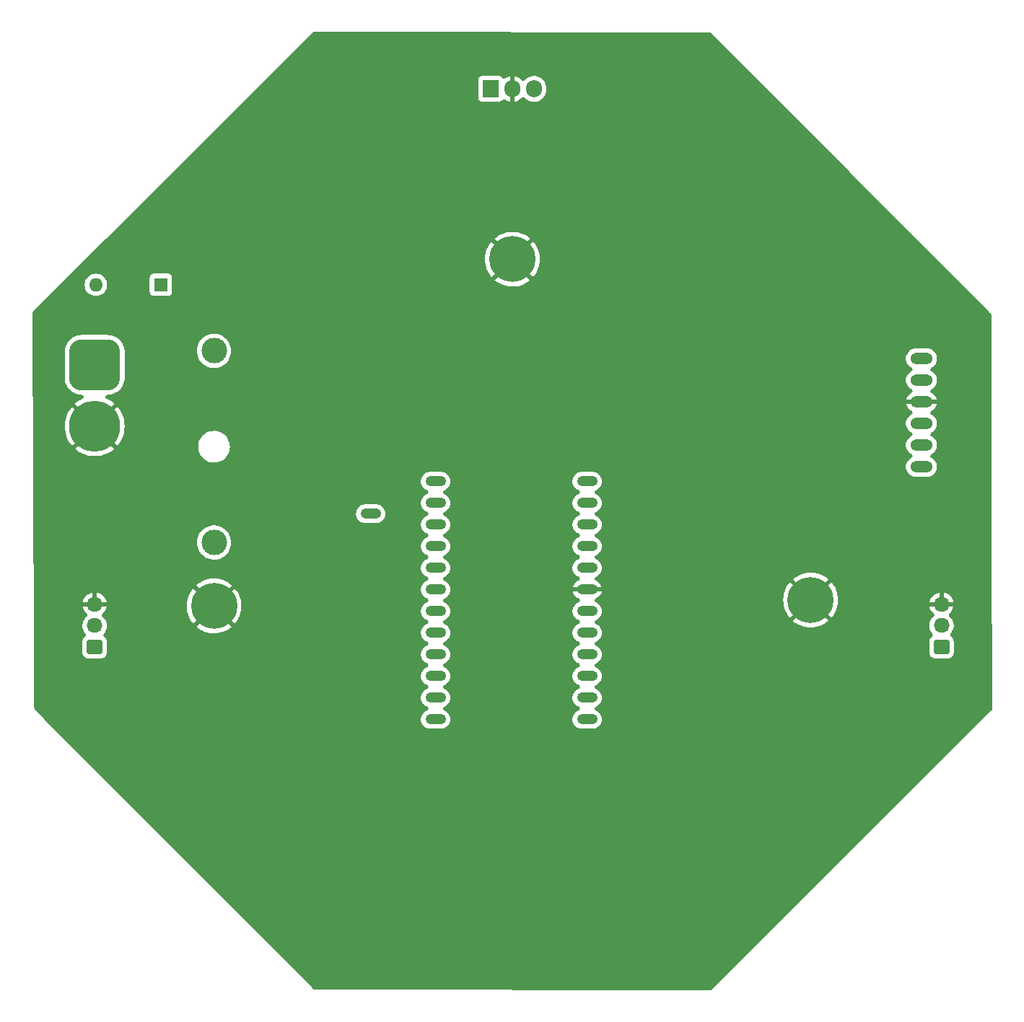
<source format=gtl>
G04 #@! TF.GenerationSoftware,KiCad,Pcbnew,(6.0.0)*
G04 #@! TF.CreationDate,2022-05-25T15:36:49+02:00*
G04 #@! TF.ProjectId,CarteUE441_v2,43617274-6555-4453-9434-315f76322e6b,rev?*
G04 #@! TF.SameCoordinates,Original*
G04 #@! TF.FileFunction,Copper,L1,Top*
G04 #@! TF.FilePolarity,Positive*
%FSLAX46Y46*%
G04 Gerber Fmt 4.6, Leading zero omitted, Abs format (unit mm)*
G04 Created by KiCad (PCBNEW (6.0.0)) date 2022-05-25 15:36:50*
%MOMM*%
%LPD*%
G01*
G04 APERTURE LIST*
G04 Aperture macros list*
%AMRoundRect*
0 Rectangle with rounded corners*
0 $1 Rounding radius*
0 $2 $3 $4 $5 $6 $7 $8 $9 X,Y pos of 4 corners*
0 Add a 4 corners polygon primitive as box body*
4,1,4,$2,$3,$4,$5,$6,$7,$8,$9,$2,$3,0*
0 Add four circle primitives for the rounded corners*
1,1,$1+$1,$2,$3*
1,1,$1+$1,$4,$5*
1,1,$1+$1,$6,$7*
1,1,$1+$1,$8,$9*
0 Add four rect primitives between the rounded corners*
20,1,$1+$1,$2,$3,$4,$5,0*
20,1,$1+$1,$4,$5,$6,$7,0*
20,1,$1+$1,$6,$7,$8,$9,0*
20,1,$1+$1,$8,$9,$2,$3,0*%
G04 Aperture macros list end*
G04 #@! TA.AperFunction,ComponentPad*
%ADD10O,2.641600X1.320800*%
G04 #@! TD*
G04 #@! TA.AperFunction,ComponentPad*
%ADD11R,1.905000X2.000000*%
G04 #@! TD*
G04 #@! TA.AperFunction,ComponentPad*
%ADD12O,1.905000X2.000000*%
G04 #@! TD*
G04 #@! TA.AperFunction,ComponentPad*
%ADD13O,2.416000X1.208000*%
G04 #@! TD*
G04 #@! TA.AperFunction,ComponentPad*
%ADD14C,5.400000*%
G04 #@! TD*
G04 #@! TA.AperFunction,ComponentPad*
%ADD15R,1.600000X1.600000*%
G04 #@! TD*
G04 #@! TA.AperFunction,ComponentPad*
%ADD16O,1.600000X1.600000*%
G04 #@! TD*
G04 #@! TA.AperFunction,ComponentPad*
%ADD17C,3.000000*%
G04 #@! TD*
G04 #@! TA.AperFunction,ComponentPad*
%ADD18RoundRect,1.500000X-1.500000X1.500000X-1.500000X-1.500000X1.500000X-1.500000X1.500000X1.500000X0*%
G04 #@! TD*
G04 #@! TA.AperFunction,ComponentPad*
%ADD19C,6.000000*%
G04 #@! TD*
G04 #@! TA.AperFunction,ComponentPad*
%ADD20RoundRect,0.250000X0.675000X-0.600000X0.675000X0.600000X-0.675000X0.600000X-0.675000X-0.600000X0*%
G04 #@! TD*
G04 #@! TA.AperFunction,ComponentPad*
%ADD21O,1.850000X1.700000*%
G04 #@! TD*
G04 APERTURE END LIST*
D10*
X189000000Y-86650000D03*
X189000000Y-89190000D03*
X189000000Y-91730000D03*
X189000000Y-94270000D03*
X189000000Y-96810000D03*
X189000000Y-99350000D03*
D11*
X138460000Y-55000000D03*
D12*
X141000000Y-55000000D03*
X143540000Y-55000000D03*
D13*
X124380000Y-104870000D03*
X132000000Y-101060000D03*
X132000000Y-103600000D03*
X132000000Y-106140000D03*
X132000000Y-108680000D03*
X132000000Y-111220000D03*
X132000000Y-113760000D03*
X132000000Y-116300000D03*
X132000000Y-118840000D03*
X132000000Y-121380000D03*
X132000000Y-123920000D03*
X132000000Y-126460000D03*
X132000000Y-129000000D03*
X149780000Y-129000000D03*
X149780000Y-126460000D03*
X149780000Y-123920000D03*
X149780000Y-121380000D03*
X149780000Y-118840000D03*
X149780000Y-116300000D03*
X149780000Y-113760000D03*
X149780000Y-111220000D03*
X149780000Y-108680000D03*
X149780000Y-106140000D03*
X149780000Y-103600000D03*
X149780000Y-101060000D03*
D14*
X141000000Y-75000000D03*
D15*
X99767500Y-78000000D03*
D16*
X92147500Y-78000000D03*
D14*
X176000000Y-115000000D03*
X106000000Y-115700000D03*
D17*
X106000000Y-108250000D03*
X106000000Y-85750000D03*
D18*
X92000000Y-87400000D03*
D19*
X92000000Y-94600000D03*
D20*
X92000000Y-120500000D03*
D21*
X92000000Y-118000000D03*
X92000000Y-115500000D03*
D20*
X191350000Y-120500000D03*
D21*
X191350000Y-118000000D03*
X191350000Y-115500000D03*
G04 #@! TA.AperFunction,Conductor*
G36*
X164165717Y-48397066D02*
G01*
X164260948Y-48416304D01*
X164341256Y-48470207D01*
X197075995Y-81283777D01*
X197119949Y-81327837D01*
X197173828Y-81408684D01*
X197192667Y-81503163D01*
X197248489Y-107700620D01*
X197291330Y-127806044D01*
X197272580Y-127901373D01*
X197218189Y-127982855D01*
X164363298Y-160758815D01*
X164282453Y-160812693D01*
X164187070Y-160831533D01*
X117934188Y-160762469D01*
X117838928Y-160743372D01*
X117758279Y-160689327D01*
X87183560Y-130040977D01*
X86090622Y-128945407D01*
X130279774Y-128945407D01*
X130289589Y-129157466D01*
X130339326Y-129363842D01*
X130344229Y-129374627D01*
X130344231Y-129374631D01*
X130390085Y-129475480D01*
X130427191Y-129557090D01*
X130550013Y-129730237D01*
X130558574Y-129738432D01*
X130694805Y-129868846D01*
X130694809Y-129868849D01*
X130703360Y-129877035D01*
X130881699Y-129992187D01*
X130892685Y-129996615D01*
X130892688Y-129996616D01*
X131067605Y-130067110D01*
X131067610Y-130067111D01*
X131078596Y-130071539D01*
X131286945Y-130112226D01*
X131292547Y-130112500D01*
X132657036Y-130112500D01*
X132815326Y-130097398D01*
X132895730Y-130073810D01*
X133007649Y-130040977D01*
X133007652Y-130040976D01*
X133019026Y-130037639D01*
X133029560Y-130032214D01*
X133029564Y-130032212D01*
X133197218Y-129945864D01*
X133197219Y-129945863D01*
X133207751Y-129940439D01*
X133374691Y-129809306D01*
X133382455Y-129800359D01*
X133382460Y-129800354D01*
X133506051Y-129657927D01*
X133506053Y-129657924D01*
X133513823Y-129648970D01*
X133519759Y-129638709D01*
X133519762Y-129638705D01*
X133614190Y-129475480D01*
X133614191Y-129475479D01*
X133620126Y-129465219D01*
X133689764Y-129264681D01*
X133720226Y-129054593D01*
X133715172Y-128945407D01*
X148059774Y-128945407D01*
X148069589Y-129157466D01*
X148119326Y-129363842D01*
X148124229Y-129374627D01*
X148124231Y-129374631D01*
X148170085Y-129475480D01*
X148207191Y-129557090D01*
X148330013Y-129730237D01*
X148338574Y-129738432D01*
X148474805Y-129868846D01*
X148474809Y-129868849D01*
X148483360Y-129877035D01*
X148661699Y-129992187D01*
X148672685Y-129996615D01*
X148672688Y-129996616D01*
X148847605Y-130067110D01*
X148847610Y-130067111D01*
X148858596Y-130071539D01*
X149066945Y-130112226D01*
X149072547Y-130112500D01*
X150437036Y-130112500D01*
X150595326Y-130097398D01*
X150675730Y-130073810D01*
X150787649Y-130040977D01*
X150787652Y-130040976D01*
X150799026Y-130037639D01*
X150809560Y-130032214D01*
X150809564Y-130032212D01*
X150977218Y-129945864D01*
X150977219Y-129945863D01*
X150987751Y-129940439D01*
X151154691Y-129809306D01*
X151162455Y-129800359D01*
X151162460Y-129800354D01*
X151286051Y-129657927D01*
X151286053Y-129657924D01*
X151293823Y-129648970D01*
X151299759Y-129638709D01*
X151299762Y-129638705D01*
X151394190Y-129475480D01*
X151394191Y-129475479D01*
X151400126Y-129465219D01*
X151469764Y-129264681D01*
X151500226Y-129054593D01*
X151490411Y-128842534D01*
X151440674Y-128636158D01*
X151394581Y-128534781D01*
X151357714Y-128453697D01*
X151357712Y-128453693D01*
X151352809Y-128442910D01*
X151294915Y-128361295D01*
X151236844Y-128279429D01*
X151236842Y-128279426D01*
X151229987Y-128269763D01*
X151133883Y-128177763D01*
X151085195Y-128131154D01*
X151085191Y-128131151D01*
X151076640Y-128122965D01*
X150898301Y-128007813D01*
X150787225Y-127963048D01*
X150705929Y-127909850D01*
X150651180Y-127829591D01*
X150631311Y-127734489D01*
X150649350Y-127639023D01*
X150702548Y-127557727D01*
X150787778Y-127500939D01*
X150799026Y-127497639D01*
X150987751Y-127400439D01*
X151154691Y-127269306D01*
X151162455Y-127260359D01*
X151162460Y-127260354D01*
X151286051Y-127117927D01*
X151286053Y-127117924D01*
X151293823Y-127108970D01*
X151299759Y-127098709D01*
X151299762Y-127098705D01*
X151394190Y-126935480D01*
X151394191Y-126935479D01*
X151400126Y-126925219D01*
X151469764Y-126724681D01*
X151500226Y-126514593D01*
X151490411Y-126302534D01*
X151440674Y-126096158D01*
X151394581Y-125994781D01*
X151357714Y-125913697D01*
X151357712Y-125913693D01*
X151352809Y-125902910D01*
X151229987Y-125729763D01*
X151139745Y-125643375D01*
X151085195Y-125591154D01*
X151085191Y-125591151D01*
X151076640Y-125582965D01*
X150898301Y-125467813D01*
X150787225Y-125423048D01*
X150705929Y-125369850D01*
X150651180Y-125289591D01*
X150631311Y-125194489D01*
X150649350Y-125099023D01*
X150702548Y-125017727D01*
X150787778Y-124960939D01*
X150799026Y-124957639D01*
X150987751Y-124860439D01*
X151154691Y-124729306D01*
X151162455Y-124720359D01*
X151162460Y-124720354D01*
X151286051Y-124577927D01*
X151286053Y-124577924D01*
X151293823Y-124568970D01*
X151299759Y-124558709D01*
X151299762Y-124558705D01*
X151394190Y-124395480D01*
X151394191Y-124395479D01*
X151400126Y-124385219D01*
X151469764Y-124184681D01*
X151500226Y-123974593D01*
X151490411Y-123762534D01*
X151440674Y-123556158D01*
X151394581Y-123454781D01*
X151357714Y-123373697D01*
X151357712Y-123373693D01*
X151352809Y-123362910D01*
X151229987Y-123189763D01*
X151139745Y-123103375D01*
X151085195Y-123051154D01*
X151085191Y-123051151D01*
X151076640Y-123042965D01*
X150898301Y-122927813D01*
X150787225Y-122883048D01*
X150705929Y-122829850D01*
X150651180Y-122749591D01*
X150631311Y-122654489D01*
X150649350Y-122559023D01*
X150702548Y-122477727D01*
X150787778Y-122420939D01*
X150799026Y-122417639D01*
X150987751Y-122320439D01*
X151154691Y-122189306D01*
X151162455Y-122180359D01*
X151162460Y-122180354D01*
X151286051Y-122037927D01*
X151286053Y-122037924D01*
X151293823Y-122028970D01*
X151299759Y-122018709D01*
X151299762Y-122018705D01*
X151394190Y-121855480D01*
X151394191Y-121855479D01*
X151400126Y-121845219D01*
X151469764Y-121644681D01*
X151500226Y-121434593D01*
X151490411Y-121222534D01*
X151474550Y-121156719D01*
X151443451Y-121027680D01*
X151443450Y-121027678D01*
X151440674Y-121016158D01*
X151394581Y-120914781D01*
X151357714Y-120833697D01*
X151357712Y-120833693D01*
X151352809Y-120822910D01*
X151229987Y-120649763D01*
X151139745Y-120563375D01*
X151085195Y-120511154D01*
X151085191Y-120511151D01*
X151076640Y-120502965D01*
X150898301Y-120387813D01*
X150787225Y-120343048D01*
X150705929Y-120289850D01*
X150651180Y-120209591D01*
X150631311Y-120114489D01*
X150649350Y-120019023D01*
X150702548Y-119937727D01*
X150787778Y-119880939D01*
X150799026Y-119877639D01*
X150987751Y-119780439D01*
X151154691Y-119649306D01*
X151162455Y-119640359D01*
X151162460Y-119640354D01*
X151286051Y-119497927D01*
X151286053Y-119497924D01*
X151293823Y-119488970D01*
X151299759Y-119478709D01*
X151299762Y-119478705D01*
X151394190Y-119315480D01*
X151394191Y-119315479D01*
X151400126Y-119305219D01*
X151404053Y-119293912D01*
X151431583Y-119214631D01*
X151469764Y-119104681D01*
X151491917Y-118951896D01*
X151498525Y-118906326D01*
X151498525Y-118906323D01*
X151500226Y-118894593D01*
X151490411Y-118682534D01*
X151477411Y-118628590D01*
X151443451Y-118487680D01*
X151443450Y-118487678D01*
X151440674Y-118476158D01*
X151434741Y-118463107D01*
X151357714Y-118293697D01*
X151357712Y-118293693D01*
X151352809Y-118282910D01*
X151281280Y-118182073D01*
X151236844Y-118119429D01*
X151236842Y-118119426D01*
X151229987Y-118109763D01*
X151124469Y-118008751D01*
X151085195Y-117971154D01*
X151085191Y-117971151D01*
X151076640Y-117962965D01*
X150898301Y-117847813D01*
X150787225Y-117803048D01*
X150705929Y-117749850D01*
X150651180Y-117669591D01*
X150631311Y-117574489D01*
X150649350Y-117479023D01*
X150673655Y-117441880D01*
X173922776Y-117441880D01*
X173936167Y-117461112D01*
X173946820Y-117470977D01*
X173957521Y-117479829D01*
X174235055Y-117684445D01*
X174246663Y-117692042D01*
X174545291Y-117864454D01*
X174557678Y-117870711D01*
X174873637Y-118008751D01*
X174886673Y-118013599D01*
X175216041Y-118115555D01*
X175229523Y-118118917D01*
X175568234Y-118183529D01*
X175581979Y-118185363D01*
X175925781Y-118211817D01*
X175939659Y-118212107D01*
X176284246Y-118200074D01*
X176298093Y-118198814D01*
X176639192Y-118148445D01*
X176652803Y-118145651D01*
X176986158Y-118057576D01*
X176999376Y-118053281D01*
X177302327Y-117935774D01*
X189913102Y-117935774D01*
X189913497Y-117946301D01*
X189913497Y-117946305D01*
X189914123Y-117962965D01*
X189921751Y-118166158D01*
X189923915Y-118176470D01*
X189923915Y-118176473D01*
X189928603Y-118198814D01*
X189969093Y-118391791D01*
X189972965Y-118401595D01*
X189972966Y-118401599D01*
X190037149Y-118564118D01*
X190053776Y-118606221D01*
X190059241Y-118615227D01*
X190059244Y-118615233D01*
X190100084Y-118682534D01*
X190173377Y-118803317D01*
X190267528Y-118911817D01*
X190272432Y-118917468D01*
X190320569Y-119001859D01*
X190332745Y-119098248D01*
X190307109Y-119191960D01*
X190247561Y-119268727D01*
X190215396Y-119292398D01*
X190200652Y-119301522D01*
X190075695Y-119426697D01*
X189982885Y-119577262D01*
X189978331Y-119590992D01*
X189978330Y-119590994D01*
X189939241Y-119708846D01*
X189927203Y-119745139D01*
X189925817Y-119758669D01*
X189918943Y-119825759D01*
X189916500Y-119849600D01*
X189916500Y-121150400D01*
X189917165Y-121156805D01*
X189925935Y-121241331D01*
X189927474Y-121256166D01*
X189931786Y-121269091D01*
X189931787Y-121269095D01*
X189978869Y-121410217D01*
X189978871Y-121410222D01*
X189983450Y-121423946D01*
X189991066Y-121436253D01*
X190053699Y-121537466D01*
X190076522Y-121574348D01*
X190201697Y-121699305D01*
X190352262Y-121792115D01*
X190365992Y-121796669D01*
X190365994Y-121796670D01*
X190507232Y-121843516D01*
X190520139Y-121847797D01*
X190566142Y-121852510D01*
X190618281Y-121857853D01*
X190618290Y-121857853D01*
X190624600Y-121858500D01*
X192075400Y-121858500D01*
X192128620Y-121852978D01*
X192167609Y-121848933D01*
X192167612Y-121848932D01*
X192181166Y-121847526D01*
X192194091Y-121843214D01*
X192194095Y-121843213D01*
X192335217Y-121796131D01*
X192335222Y-121796129D01*
X192348946Y-121791550D01*
X192426041Y-121743842D01*
X192487048Y-121706090D01*
X192487051Y-121706088D01*
X192499348Y-121698478D01*
X192624305Y-121573303D01*
X192717115Y-121422738D01*
X192772797Y-121254861D01*
X192783500Y-121150400D01*
X192783500Y-119849600D01*
X192775565Y-119773122D01*
X192773933Y-119757391D01*
X192773932Y-119757388D01*
X192772526Y-119743834D01*
X192765729Y-119723461D01*
X192721131Y-119589783D01*
X192721129Y-119589778D01*
X192716550Y-119576054D01*
X192689638Y-119532565D01*
X192631090Y-119437952D01*
X192631088Y-119437949D01*
X192623478Y-119425652D01*
X192498303Y-119300695D01*
X192485987Y-119293103D01*
X192474635Y-119284138D01*
X192475683Y-119282811D01*
X192417109Y-119228384D01*
X192376663Y-119140048D01*
X192373100Y-119042958D01*
X192406964Y-118951896D01*
X192432442Y-118917557D01*
X192438512Y-118910696D01*
X192446135Y-118903424D01*
X192487041Y-118848445D01*
X192577462Y-118726915D01*
X192577463Y-118726913D01*
X192583754Y-118718458D01*
X192588690Y-118708751D01*
X192683461Y-118522349D01*
X192683462Y-118522347D01*
X192688240Y-118512949D01*
X192696087Y-118487680D01*
X192753480Y-118302843D01*
X192756607Y-118292773D01*
X192779650Y-118118917D01*
X192785513Y-118074677D01*
X192785513Y-118074675D01*
X192786898Y-118064226D01*
X192785976Y-118039646D01*
X192780716Y-117899561D01*
X192778249Y-117833842D01*
X192770959Y-117799095D01*
X192733072Y-117618527D01*
X192733072Y-117618526D01*
X192730907Y-117608209D01*
X192727034Y-117598401D01*
X192650097Y-117403585D01*
X192650095Y-117403581D01*
X192646224Y-117393779D01*
X192640759Y-117384773D01*
X192640756Y-117384767D01*
X192532092Y-117205696D01*
X192526623Y-117196683D01*
X192375523Y-117022555D01*
X192280678Y-116944787D01*
X192219012Y-116869713D01*
X192190770Y-116776753D01*
X192200251Y-116680062D01*
X192246012Y-116594359D01*
X192282535Y-116558185D01*
X192286640Y-116554884D01*
X192438123Y-116410376D01*
X192452058Y-116394625D01*
X192577033Y-116226652D01*
X192588106Y-116208794D01*
X192682996Y-116022159D01*
X192690901Y-116002691D01*
X192752991Y-115802731D01*
X192757501Y-115782216D01*
X192758019Y-115778312D01*
X192756673Y-115757499D01*
X192746393Y-115754000D01*
X189965220Y-115754000D01*
X189944762Y-115758069D01*
X189943244Y-115765701D01*
X189943338Y-115766608D01*
X189967408Y-115881325D01*
X189973450Y-115901461D01*
X190050352Y-116096192D01*
X190059693Y-116115009D01*
X190168312Y-116294006D01*
X190180695Y-116310988D01*
X190317915Y-116469119D01*
X190332978Y-116483767D01*
X190419322Y-116554565D01*
X190480989Y-116629640D01*
X190509232Y-116722600D01*
X190499752Y-116819291D01*
X190453991Y-116904994D01*
X190422396Y-116936287D01*
X190420681Y-116937441D01*
X190413057Y-116944714D01*
X190273293Y-117078043D01*
X190253865Y-117096576D01*
X190247574Y-117105032D01*
X190247570Y-117105036D01*
X190142791Y-117245864D01*
X190116246Y-117281542D01*
X190111469Y-117290938D01*
X190111467Y-117290941D01*
X190034726Y-117441880D01*
X190011760Y-117487051D01*
X190008635Y-117497115D01*
X190008633Y-117497120D01*
X189974139Y-117608209D01*
X189943393Y-117707227D01*
X189942007Y-117717681D01*
X189942007Y-117717683D01*
X189916932Y-117906878D01*
X189913102Y-117935774D01*
X177302327Y-117935774D01*
X177320848Y-117928590D01*
X177333487Y-117922857D01*
X177639060Y-117763107D01*
X177650992Y-117755993D01*
X177936836Y-117563189D01*
X177947911Y-117554782D01*
X178063030Y-117456809D01*
X178075970Y-117440453D01*
X178069320Y-117428530D01*
X176017341Y-115376551D01*
X176000000Y-115364964D01*
X175982659Y-115376551D01*
X173933742Y-117425468D01*
X173922776Y-117441880D01*
X150673655Y-117441880D01*
X150702548Y-117397727D01*
X150787778Y-117340939D01*
X150799026Y-117337639D01*
X150987751Y-117240439D01*
X151154691Y-117109306D01*
X151162455Y-117100359D01*
X151162460Y-117100354D01*
X151286051Y-116957927D01*
X151286053Y-116957924D01*
X151293823Y-116948970D01*
X151299759Y-116938709D01*
X151299762Y-116938705D01*
X151394190Y-116775480D01*
X151394191Y-116775479D01*
X151400126Y-116765219D01*
X151469764Y-116564681D01*
X151494422Y-116394625D01*
X151498525Y-116366326D01*
X151498525Y-116366323D01*
X151500226Y-116354593D01*
X151490411Y-116142534D01*
X151483778Y-116115009D01*
X151443451Y-115947680D01*
X151443450Y-115947678D01*
X151440674Y-115936158D01*
X151424899Y-115901461D01*
X151357714Y-115753697D01*
X151357712Y-115753693D01*
X151352809Y-115742910D01*
X151229987Y-115569763D01*
X151139745Y-115483375D01*
X151085195Y-115431154D01*
X151085191Y-115431151D01*
X151076640Y-115422965D01*
X150898301Y-115307813D01*
X150887315Y-115303385D01*
X150887312Y-115303384D01*
X150786550Y-115262776D01*
X150705255Y-115209578D01*
X150650505Y-115129318D01*
X150630637Y-115034216D01*
X150644266Y-114962091D01*
X172787549Y-114962091D01*
X172801989Y-115306602D01*
X172803343Y-115320403D01*
X172856095Y-115661168D01*
X172858980Y-115674736D01*
X172949383Y-116007478D01*
X172953773Y-116020675D01*
X173080698Y-116341249D01*
X173086527Y-116353866D01*
X173248403Y-116658308D01*
X173255600Y-116670191D01*
X173450398Y-116954688D01*
X173458879Y-116965700D01*
X173543020Y-117063178D01*
X173559468Y-117076005D01*
X173571746Y-117069044D01*
X175623449Y-115017341D01*
X175635036Y-115000000D01*
X176364964Y-115000000D01*
X176376551Y-115017341D01*
X178426170Y-117066960D01*
X178442757Y-117078043D01*
X178460366Y-117065872D01*
X178465510Y-117059742D01*
X178672057Y-116783644D01*
X178679738Y-116772083D01*
X178854230Y-116474670D01*
X178860570Y-116462334D01*
X179000819Y-116147328D01*
X179005749Y-116134348D01*
X179110008Y-115805683D01*
X179113460Y-115792239D01*
X179180436Y-115453991D01*
X179182368Y-115440242D01*
X179200720Y-115221688D01*
X189941981Y-115221688D01*
X189943327Y-115242501D01*
X189953607Y-115246000D01*
X191071473Y-115246000D01*
X191091931Y-115241931D01*
X191096000Y-115221473D01*
X191604000Y-115221473D01*
X191608069Y-115241931D01*
X191628527Y-115246000D01*
X192734780Y-115246000D01*
X192755238Y-115241931D01*
X192756756Y-115234299D01*
X192756662Y-115233392D01*
X192732592Y-115118675D01*
X192726550Y-115098539D01*
X192649648Y-114903808D01*
X192640307Y-114884991D01*
X192531688Y-114705994D01*
X192519305Y-114689012D01*
X192382085Y-114530881D01*
X192367015Y-114516226D01*
X192205117Y-114383477D01*
X192187797Y-114371573D01*
X192005844Y-114268000D01*
X191986761Y-114259182D01*
X191789950Y-114187744D01*
X191769672Y-114182272D01*
X191628132Y-114156678D01*
X191607280Y-114157042D01*
X191604000Y-114165367D01*
X191604000Y-115221473D01*
X191096000Y-115221473D01*
X191096000Y-114176805D01*
X191091931Y-114156347D01*
X191078807Y-114153737D01*
X191055876Y-114155683D01*
X191035151Y-114159226D01*
X190832508Y-114211821D01*
X190812679Y-114218803D01*
X190621781Y-114304797D01*
X190603420Y-114315017D01*
X190429749Y-114431939D01*
X190413360Y-114445116D01*
X190261877Y-114589624D01*
X190247942Y-114605375D01*
X190122967Y-114773348D01*
X190111894Y-114791206D01*
X190017004Y-114977841D01*
X190009099Y-114997309D01*
X189947009Y-115197269D01*
X189942499Y-115217784D01*
X189941981Y-115221688D01*
X179200720Y-115221688D01*
X179211438Y-115094046D01*
X179211863Y-115085367D01*
X179212995Y-115004327D01*
X179212813Y-114995679D01*
X179193419Y-114648787D01*
X179191871Y-114634984D01*
X179134368Y-114295006D01*
X179131293Y-114281470D01*
X179036248Y-113950010D01*
X179031686Y-113936911D01*
X178900287Y-113618111D01*
X178894289Y-113605594D01*
X178728175Y-113303434D01*
X178720818Y-113291659D01*
X178522059Y-113009901D01*
X178513430Y-112999015D01*
X178457646Y-112936183D01*
X178441024Y-112923589D01*
X178427988Y-112931222D01*
X176376551Y-114982659D01*
X176364964Y-115000000D01*
X175635036Y-115000000D01*
X175623449Y-114982659D01*
X173575124Y-112934334D01*
X173557783Y-112922747D01*
X173544306Y-112931752D01*
X173514745Y-112964125D01*
X173505978Y-112974875D01*
X173303303Y-113253833D01*
X173295774Y-113265516D01*
X173125472Y-113565303D01*
X173119287Y-113577762D01*
X172983450Y-113894692D01*
X172978710Y-113907713D01*
X172879045Y-114237822D01*
X172875780Y-114251317D01*
X172813539Y-114590442D01*
X172811795Y-114604250D01*
X172787744Y-114948190D01*
X172787549Y-114962091D01*
X150644266Y-114962091D01*
X150648676Y-114938750D01*
X150701874Y-114857455D01*
X150787159Y-114800631D01*
X150809383Y-114791743D01*
X150976947Y-114705441D01*
X150996795Y-114692699D01*
X151145028Y-114576261D01*
X151162111Y-114559993D01*
X151285648Y-114417629D01*
X151299347Y-114398423D01*
X151393737Y-114235264D01*
X151403556Y-114213818D01*
X151465390Y-114035755D01*
X151466845Y-114029785D01*
X151466198Y-114017443D01*
X151456473Y-114014000D01*
X148117895Y-114014000D01*
X148097437Y-114018069D01*
X148096289Y-114023844D01*
X148096821Y-114028330D01*
X148117024Y-114112157D01*
X148124706Y-114134468D01*
X148202719Y-114306048D01*
X148214485Y-114326510D01*
X148323536Y-114480242D01*
X148338954Y-114498104D01*
X148475105Y-114628441D01*
X148493633Y-114643073D01*
X148651975Y-114745313D01*
X148672922Y-114756171D01*
X148773447Y-114796684D01*
X148854743Y-114849882D01*
X148909493Y-114930142D01*
X148929361Y-115025244D01*
X148911322Y-115120709D01*
X148858124Y-115202005D01*
X148772839Y-115258829D01*
X148772359Y-115259021D01*
X148760974Y-115262361D01*
X148572249Y-115359561D01*
X148405309Y-115490694D01*
X148397545Y-115499641D01*
X148397540Y-115499646D01*
X148273949Y-115642073D01*
X148266177Y-115651030D01*
X148260241Y-115661291D01*
X148260238Y-115661295D01*
X148165810Y-115824520D01*
X148159874Y-115834781D01*
X148090236Y-116035319D01*
X148059774Y-116245407D01*
X148069589Y-116457466D01*
X148072367Y-116468991D01*
X148072367Y-116468994D01*
X148114216Y-116642639D01*
X148119326Y-116663842D01*
X148124229Y-116674627D01*
X148124231Y-116674631D01*
X148202286Y-116846303D01*
X148207191Y-116857090D01*
X148214045Y-116866752D01*
X148319822Y-117015870D01*
X148330013Y-117030237D01*
X148364424Y-117063178D01*
X148474805Y-117168846D01*
X148474809Y-117168849D01*
X148483360Y-117177035D01*
X148661699Y-117292187D01*
X148672690Y-117296617D01*
X148672691Y-117296617D01*
X148772775Y-117336952D01*
X148854071Y-117390150D01*
X148908820Y-117470409D01*
X148928689Y-117565511D01*
X148910650Y-117660977D01*
X148857452Y-117742273D01*
X148772222Y-117799061D01*
X148760974Y-117802361D01*
X148572249Y-117899561D01*
X148405309Y-118030694D01*
X148397545Y-118039641D01*
X148397540Y-118039646D01*
X148273949Y-118182073D01*
X148266177Y-118191030D01*
X148260241Y-118201291D01*
X148260238Y-118201295D01*
X148213366Y-118282317D01*
X148159874Y-118374781D01*
X148090236Y-118575319D01*
X148059774Y-118785407D01*
X148069589Y-118997466D01*
X148072367Y-119008991D01*
X148072367Y-119008994D01*
X148106159Y-119149207D01*
X148119326Y-119203842D01*
X148124229Y-119214627D01*
X148124231Y-119214631D01*
X148168010Y-119310917D01*
X148207191Y-119397090D01*
X148330013Y-119570237D01*
X148338574Y-119578432D01*
X148474805Y-119708846D01*
X148474809Y-119708849D01*
X148483360Y-119717035D01*
X148661699Y-119832187D01*
X148672690Y-119836617D01*
X148672691Y-119836617D01*
X148772775Y-119876952D01*
X148854071Y-119930150D01*
X148908820Y-120010409D01*
X148928689Y-120105511D01*
X148910650Y-120200977D01*
X148857452Y-120282273D01*
X148772222Y-120339061D01*
X148760974Y-120342361D01*
X148572249Y-120439561D01*
X148405309Y-120570694D01*
X148397545Y-120579641D01*
X148397540Y-120579646D01*
X148273949Y-120722073D01*
X148266177Y-120731030D01*
X148260241Y-120741291D01*
X148260238Y-120741295D01*
X148213023Y-120822910D01*
X148159874Y-120914781D01*
X148090236Y-121115319D01*
X148059774Y-121325407D01*
X148069589Y-121537466D01*
X148072367Y-121548991D01*
X148072367Y-121548994D01*
X148110228Y-121706090D01*
X148119326Y-121743842D01*
X148124229Y-121754627D01*
X148124231Y-121754631D01*
X148171458Y-121858500D01*
X148207191Y-121937090D01*
X148330013Y-122110237D01*
X148338574Y-122118432D01*
X148474805Y-122248846D01*
X148474809Y-122248849D01*
X148483360Y-122257035D01*
X148661699Y-122372187D01*
X148672690Y-122376617D01*
X148672691Y-122376617D01*
X148772775Y-122416952D01*
X148854071Y-122470150D01*
X148908820Y-122550409D01*
X148928689Y-122645511D01*
X148910650Y-122740977D01*
X148857452Y-122822273D01*
X148772222Y-122879061D01*
X148760974Y-122882361D01*
X148572249Y-122979561D01*
X148405309Y-123110694D01*
X148397545Y-123119641D01*
X148397540Y-123119646D01*
X148273949Y-123262073D01*
X148266177Y-123271030D01*
X148260241Y-123281291D01*
X148260238Y-123281295D01*
X148213023Y-123362910D01*
X148159874Y-123454781D01*
X148090236Y-123655319D01*
X148059774Y-123865407D01*
X148069589Y-124077466D01*
X148119326Y-124283842D01*
X148124229Y-124294627D01*
X148124231Y-124294631D01*
X148170085Y-124395480D01*
X148207191Y-124477090D01*
X148330013Y-124650237D01*
X148338574Y-124658432D01*
X148474805Y-124788846D01*
X148474809Y-124788849D01*
X148483360Y-124797035D01*
X148661699Y-124912187D01*
X148672690Y-124916617D01*
X148672691Y-124916617D01*
X148772775Y-124956952D01*
X148854071Y-125010150D01*
X148908820Y-125090409D01*
X148928689Y-125185511D01*
X148910650Y-125280977D01*
X148857452Y-125362273D01*
X148772222Y-125419061D01*
X148760974Y-125422361D01*
X148572249Y-125519561D01*
X148405309Y-125650694D01*
X148397545Y-125659641D01*
X148397540Y-125659646D01*
X148273949Y-125802073D01*
X148266177Y-125811030D01*
X148260241Y-125821291D01*
X148260238Y-125821295D01*
X148213023Y-125902910D01*
X148159874Y-125994781D01*
X148090236Y-126195319D01*
X148059774Y-126405407D01*
X148069589Y-126617466D01*
X148119326Y-126823842D01*
X148124229Y-126834627D01*
X148124231Y-126834631D01*
X148170085Y-126935480D01*
X148207191Y-127017090D01*
X148330013Y-127190237D01*
X148338574Y-127198432D01*
X148474805Y-127328846D01*
X148474809Y-127328849D01*
X148483360Y-127337035D01*
X148661699Y-127452187D01*
X148672690Y-127456617D01*
X148672691Y-127456617D01*
X148772775Y-127496952D01*
X148854071Y-127550150D01*
X148908820Y-127630409D01*
X148928689Y-127725511D01*
X148910650Y-127820977D01*
X148857452Y-127902273D01*
X148772222Y-127959061D01*
X148760974Y-127962361D01*
X148572249Y-128059561D01*
X148405309Y-128190694D01*
X148397545Y-128199641D01*
X148397540Y-128199646D01*
X148273949Y-128342073D01*
X148266177Y-128351030D01*
X148260241Y-128361291D01*
X148260238Y-128361295D01*
X148174134Y-128510131D01*
X148159874Y-128534781D01*
X148090236Y-128735319D01*
X148059774Y-128945407D01*
X133715172Y-128945407D01*
X133710411Y-128842534D01*
X133660674Y-128636158D01*
X133614581Y-128534781D01*
X133577714Y-128453697D01*
X133577712Y-128453693D01*
X133572809Y-128442910D01*
X133514915Y-128361295D01*
X133456844Y-128279429D01*
X133456842Y-128279426D01*
X133449987Y-128269763D01*
X133353883Y-128177763D01*
X133305195Y-128131154D01*
X133305191Y-128131151D01*
X133296640Y-128122965D01*
X133118301Y-128007813D01*
X133007225Y-127963048D01*
X132925929Y-127909850D01*
X132871180Y-127829591D01*
X132851311Y-127734489D01*
X132869350Y-127639023D01*
X132922548Y-127557727D01*
X133007778Y-127500939D01*
X133019026Y-127497639D01*
X133207751Y-127400439D01*
X133374691Y-127269306D01*
X133382455Y-127260359D01*
X133382460Y-127260354D01*
X133506051Y-127117927D01*
X133506053Y-127117924D01*
X133513823Y-127108970D01*
X133519759Y-127098709D01*
X133519762Y-127098705D01*
X133614190Y-126935480D01*
X133614191Y-126935479D01*
X133620126Y-126925219D01*
X133689764Y-126724681D01*
X133720226Y-126514593D01*
X133710411Y-126302534D01*
X133660674Y-126096158D01*
X133614581Y-125994781D01*
X133577714Y-125913697D01*
X133577712Y-125913693D01*
X133572809Y-125902910D01*
X133449987Y-125729763D01*
X133359745Y-125643375D01*
X133305195Y-125591154D01*
X133305191Y-125591151D01*
X133296640Y-125582965D01*
X133118301Y-125467813D01*
X133007225Y-125423048D01*
X132925929Y-125369850D01*
X132871180Y-125289591D01*
X132851311Y-125194489D01*
X132869350Y-125099023D01*
X132922548Y-125017727D01*
X133007778Y-124960939D01*
X133019026Y-124957639D01*
X133207751Y-124860439D01*
X133374691Y-124729306D01*
X133382455Y-124720359D01*
X133382460Y-124720354D01*
X133506051Y-124577927D01*
X133506053Y-124577924D01*
X133513823Y-124568970D01*
X133519759Y-124558709D01*
X133519762Y-124558705D01*
X133614190Y-124395480D01*
X133614191Y-124395479D01*
X133620126Y-124385219D01*
X133689764Y-124184681D01*
X133720226Y-123974593D01*
X133710411Y-123762534D01*
X133660674Y-123556158D01*
X133614581Y-123454781D01*
X133577714Y-123373697D01*
X133577712Y-123373693D01*
X133572809Y-123362910D01*
X133449987Y-123189763D01*
X133359745Y-123103375D01*
X133305195Y-123051154D01*
X133305191Y-123051151D01*
X133296640Y-123042965D01*
X133118301Y-122927813D01*
X133007225Y-122883048D01*
X132925929Y-122829850D01*
X132871180Y-122749591D01*
X132851311Y-122654489D01*
X132869350Y-122559023D01*
X132922548Y-122477727D01*
X133007778Y-122420939D01*
X133019026Y-122417639D01*
X133207751Y-122320439D01*
X133374691Y-122189306D01*
X133382455Y-122180359D01*
X133382460Y-122180354D01*
X133506051Y-122037927D01*
X133506053Y-122037924D01*
X133513823Y-122028970D01*
X133519759Y-122018709D01*
X133519762Y-122018705D01*
X133614190Y-121855480D01*
X133614191Y-121855479D01*
X133620126Y-121845219D01*
X133689764Y-121644681D01*
X133720226Y-121434593D01*
X133710411Y-121222534D01*
X133694550Y-121156719D01*
X133663451Y-121027680D01*
X133663450Y-121027678D01*
X133660674Y-121016158D01*
X133614581Y-120914781D01*
X133577714Y-120833697D01*
X133577712Y-120833693D01*
X133572809Y-120822910D01*
X133449987Y-120649763D01*
X133359745Y-120563375D01*
X133305195Y-120511154D01*
X133305191Y-120511151D01*
X133296640Y-120502965D01*
X133118301Y-120387813D01*
X133007225Y-120343048D01*
X132925929Y-120289850D01*
X132871180Y-120209591D01*
X132851311Y-120114489D01*
X132869350Y-120019023D01*
X132922548Y-119937727D01*
X133007778Y-119880939D01*
X133019026Y-119877639D01*
X133207751Y-119780439D01*
X133374691Y-119649306D01*
X133382455Y-119640359D01*
X133382460Y-119640354D01*
X133506051Y-119497927D01*
X133506053Y-119497924D01*
X133513823Y-119488970D01*
X133519759Y-119478709D01*
X133519762Y-119478705D01*
X133614190Y-119315480D01*
X133614191Y-119315479D01*
X133620126Y-119305219D01*
X133624053Y-119293912D01*
X133651583Y-119214631D01*
X133689764Y-119104681D01*
X133711917Y-118951896D01*
X133718525Y-118906326D01*
X133718525Y-118906323D01*
X133720226Y-118894593D01*
X133710411Y-118682534D01*
X133697411Y-118628590D01*
X133663451Y-118487680D01*
X133663450Y-118487678D01*
X133660674Y-118476158D01*
X133654741Y-118463107D01*
X133577714Y-118293697D01*
X133577712Y-118293693D01*
X133572809Y-118282910D01*
X133501280Y-118182073D01*
X133456844Y-118119429D01*
X133456842Y-118119426D01*
X133449987Y-118109763D01*
X133344469Y-118008751D01*
X133305195Y-117971154D01*
X133305191Y-117971151D01*
X133296640Y-117962965D01*
X133118301Y-117847813D01*
X133007225Y-117803048D01*
X132925929Y-117749850D01*
X132871180Y-117669591D01*
X132851311Y-117574489D01*
X132869350Y-117479023D01*
X132922548Y-117397727D01*
X133007778Y-117340939D01*
X133019026Y-117337639D01*
X133207751Y-117240439D01*
X133374691Y-117109306D01*
X133382455Y-117100359D01*
X133382460Y-117100354D01*
X133506051Y-116957927D01*
X133506053Y-116957924D01*
X133513823Y-116948970D01*
X133519759Y-116938709D01*
X133519762Y-116938705D01*
X133614190Y-116775480D01*
X133614191Y-116775479D01*
X133620126Y-116765219D01*
X133689764Y-116564681D01*
X133714422Y-116394625D01*
X133718525Y-116366326D01*
X133718525Y-116366323D01*
X133720226Y-116354593D01*
X133710411Y-116142534D01*
X133703778Y-116115009D01*
X133663451Y-115947680D01*
X133663450Y-115947678D01*
X133660674Y-115936158D01*
X133644899Y-115901461D01*
X133577714Y-115753697D01*
X133577712Y-115753693D01*
X133572809Y-115742910D01*
X133449987Y-115569763D01*
X133359745Y-115483375D01*
X133305195Y-115431154D01*
X133305191Y-115431151D01*
X133296640Y-115422965D01*
X133118301Y-115307813D01*
X133007225Y-115263048D01*
X132925929Y-115209850D01*
X132871180Y-115129591D01*
X132851311Y-115034489D01*
X132869350Y-114939023D01*
X132922548Y-114857727D01*
X133007778Y-114800939D01*
X133019026Y-114797639D01*
X133164607Y-114722660D01*
X133197218Y-114705864D01*
X133197219Y-114705863D01*
X133207751Y-114700439D01*
X133217605Y-114692699D01*
X133298893Y-114628846D01*
X133374691Y-114569306D01*
X133382455Y-114560359D01*
X133382460Y-114560354D01*
X133506051Y-114417927D01*
X133506053Y-114417924D01*
X133513823Y-114408970D01*
X133519759Y-114398709D01*
X133519762Y-114398705D01*
X133614190Y-114235480D01*
X133614191Y-114235479D01*
X133620126Y-114225219D01*
X133689764Y-114024681D01*
X133720226Y-113814593D01*
X133710411Y-113602534D01*
X133701439Y-113565303D01*
X133663451Y-113407680D01*
X133663450Y-113407678D01*
X133660674Y-113396158D01*
X133619765Y-113306182D01*
X133577714Y-113213697D01*
X133577712Y-113213693D01*
X133572809Y-113202910D01*
X133449987Y-113029763D01*
X133367391Y-112950694D01*
X133305195Y-112891154D01*
X133305191Y-112891151D01*
X133296640Y-112882965D01*
X133118301Y-112767813D01*
X133007225Y-112723048D01*
X132925929Y-112669850D01*
X132871180Y-112589591D01*
X132851311Y-112494489D01*
X132869350Y-112399023D01*
X132922548Y-112317727D01*
X133007778Y-112260939D01*
X133019026Y-112257639D01*
X133207751Y-112160439D01*
X133374691Y-112029306D01*
X133382455Y-112020359D01*
X133382460Y-112020354D01*
X133506051Y-111877927D01*
X133506053Y-111877924D01*
X133513823Y-111868970D01*
X133519759Y-111858709D01*
X133519762Y-111858705D01*
X133614190Y-111695480D01*
X133614191Y-111695479D01*
X133620126Y-111685219D01*
X133689764Y-111484681D01*
X133720226Y-111274593D01*
X133715172Y-111165407D01*
X148059774Y-111165407D01*
X148069589Y-111377466D01*
X148119326Y-111583842D01*
X148124229Y-111594627D01*
X148124231Y-111594631D01*
X148170085Y-111695480D01*
X148207191Y-111777090D01*
X148330013Y-111950237D01*
X148338574Y-111958432D01*
X148474805Y-112088846D01*
X148474809Y-112088849D01*
X148483360Y-112097035D01*
X148661699Y-112212187D01*
X148672685Y-112216615D01*
X148672688Y-112216616D01*
X148773450Y-112257224D01*
X148854745Y-112310422D01*
X148909495Y-112390682D01*
X148929363Y-112485784D01*
X148911324Y-112581250D01*
X148858126Y-112662545D01*
X148772841Y-112719369D01*
X148750617Y-112728257D01*
X148583053Y-112814559D01*
X148563205Y-112827301D01*
X148414972Y-112943739D01*
X148397889Y-112960007D01*
X148274352Y-113102371D01*
X148260653Y-113121577D01*
X148166263Y-113284736D01*
X148156444Y-113306182D01*
X148094610Y-113484245D01*
X148093155Y-113490215D01*
X148093802Y-113502557D01*
X148103527Y-113506000D01*
X151442105Y-113506000D01*
X151462563Y-113501931D01*
X151463711Y-113496156D01*
X151463179Y-113491670D01*
X151442976Y-113407843D01*
X151435294Y-113385532D01*
X151357281Y-113213952D01*
X151345515Y-113193490D01*
X151236464Y-113039758D01*
X151221046Y-113021896D01*
X151084895Y-112891559D01*
X151066367Y-112876927D01*
X150908025Y-112774687D01*
X150887078Y-112763829D01*
X150786553Y-112723316D01*
X150705257Y-112670118D01*
X150650507Y-112589858D01*
X150644118Y-112559278D01*
X173923848Y-112559278D01*
X173931136Y-112571926D01*
X175982659Y-114623449D01*
X176000000Y-114635036D01*
X176017341Y-114623449D01*
X178065185Y-112575605D01*
X178076772Y-112558264D01*
X178068082Y-112545258D01*
X178018476Y-112500593D01*
X178007659Y-112491896D01*
X177727300Y-112291180D01*
X177715564Y-112283732D01*
X177414590Y-112115522D01*
X177402096Y-112109428D01*
X177084240Y-111975815D01*
X177071149Y-111971153D01*
X176740381Y-111873802D01*
X176726847Y-111870628D01*
X176387290Y-111810755D01*
X176373499Y-111809110D01*
X176029368Y-111787459D01*
X176015488Y-111787363D01*
X175671089Y-111804206D01*
X175657279Y-111805658D01*
X175316908Y-111860786D01*
X175303341Y-111863769D01*
X174971257Y-111956489D01*
X174958086Y-111960973D01*
X174638402Y-112090133D01*
X174625818Y-112096055D01*
X174322524Y-112260046D01*
X174310696Y-112267322D01*
X174027560Y-112464106D01*
X174016609Y-112472662D01*
X173936561Y-112542740D01*
X173923848Y-112559278D01*
X150644118Y-112559278D01*
X150630639Y-112494756D01*
X150648678Y-112399291D01*
X150701876Y-112317995D01*
X150787161Y-112261171D01*
X150787641Y-112260979D01*
X150799026Y-112257639D01*
X150987751Y-112160439D01*
X151154691Y-112029306D01*
X151162455Y-112020359D01*
X151162460Y-112020354D01*
X151286051Y-111877927D01*
X151286053Y-111877924D01*
X151293823Y-111868970D01*
X151299759Y-111858709D01*
X151299762Y-111858705D01*
X151394190Y-111695480D01*
X151394191Y-111695479D01*
X151400126Y-111685219D01*
X151469764Y-111484681D01*
X151500226Y-111274593D01*
X151490411Y-111062534D01*
X151440674Y-110856158D01*
X151394581Y-110754781D01*
X151357714Y-110673697D01*
X151357712Y-110673693D01*
X151352809Y-110662910D01*
X151229987Y-110489763D01*
X151139745Y-110403375D01*
X151085195Y-110351154D01*
X151085191Y-110351151D01*
X151076640Y-110342965D01*
X150898301Y-110227813D01*
X150787225Y-110183048D01*
X150705929Y-110129850D01*
X150651180Y-110049591D01*
X150631311Y-109954489D01*
X150649350Y-109859023D01*
X150702548Y-109777727D01*
X150787778Y-109720939D01*
X150799026Y-109717639D01*
X150987751Y-109620439D01*
X151154691Y-109489306D01*
X151162455Y-109480359D01*
X151162460Y-109480354D01*
X151286051Y-109337927D01*
X151286053Y-109337924D01*
X151293823Y-109328970D01*
X151299759Y-109318709D01*
X151299762Y-109318705D01*
X151394190Y-109155480D01*
X151394191Y-109155479D01*
X151400126Y-109145219D01*
X151469764Y-108944681D01*
X151488108Y-108818164D01*
X151498525Y-108746326D01*
X151498525Y-108746323D01*
X151500226Y-108734593D01*
X151490411Y-108522534D01*
X151487546Y-108510643D01*
X151443451Y-108327680D01*
X151443450Y-108327678D01*
X151440674Y-108316158D01*
X151429764Y-108292161D01*
X151357714Y-108133697D01*
X151357712Y-108133693D01*
X151352809Y-108122910D01*
X151229987Y-107949763D01*
X151139745Y-107863375D01*
X151085195Y-107811154D01*
X151085191Y-107811151D01*
X151076640Y-107802965D01*
X150898301Y-107687813D01*
X150787225Y-107643048D01*
X150705929Y-107589850D01*
X150651180Y-107509591D01*
X150631311Y-107414489D01*
X150649350Y-107319023D01*
X150702548Y-107237727D01*
X150787778Y-107180939D01*
X150799026Y-107177639D01*
X150987751Y-107080439D01*
X151154691Y-106949306D01*
X151162455Y-106940359D01*
X151162460Y-106940354D01*
X151286051Y-106797927D01*
X151286053Y-106797924D01*
X151293823Y-106788970D01*
X151299759Y-106778709D01*
X151299762Y-106778705D01*
X151394190Y-106615480D01*
X151394191Y-106615479D01*
X151400126Y-106605219D01*
X151469764Y-106404681D01*
X151500226Y-106194593D01*
X151490411Y-105982534D01*
X151485959Y-105964059D01*
X151443451Y-105787680D01*
X151443450Y-105787678D01*
X151440674Y-105776158D01*
X151430355Y-105753461D01*
X151357714Y-105593697D01*
X151357712Y-105593693D01*
X151352809Y-105582910D01*
X151229987Y-105409763D01*
X151156742Y-105339646D01*
X151085195Y-105271154D01*
X151085191Y-105271151D01*
X151076640Y-105262965D01*
X150898301Y-105147813D01*
X150865717Y-105134681D01*
X150787225Y-105103048D01*
X150705929Y-105049850D01*
X150651180Y-104969591D01*
X150631311Y-104874489D01*
X150649350Y-104779023D01*
X150702548Y-104697727D01*
X150787778Y-104640939D01*
X150799026Y-104637639D01*
X150987751Y-104540439D01*
X151154691Y-104409306D01*
X151162455Y-104400359D01*
X151162460Y-104400354D01*
X151286051Y-104257927D01*
X151286053Y-104257924D01*
X151293823Y-104248970D01*
X151299759Y-104238709D01*
X151299762Y-104238705D01*
X151394190Y-104075480D01*
X151394191Y-104075479D01*
X151400126Y-104065219D01*
X151469764Y-103864681D01*
X151500226Y-103654593D01*
X151490411Y-103442534D01*
X151440674Y-103236158D01*
X151394581Y-103134781D01*
X151357714Y-103053697D01*
X151357712Y-103053693D01*
X151352809Y-103042910D01*
X151229987Y-102869763D01*
X151139745Y-102783375D01*
X151085195Y-102731154D01*
X151085191Y-102731151D01*
X151076640Y-102722965D01*
X150898301Y-102607813D01*
X150787225Y-102563048D01*
X150705929Y-102509850D01*
X150651180Y-102429591D01*
X150631311Y-102334489D01*
X150649350Y-102239023D01*
X150702548Y-102157727D01*
X150787778Y-102100939D01*
X150799026Y-102097639D01*
X150987751Y-102000439D01*
X151154691Y-101869306D01*
X151162455Y-101860359D01*
X151162460Y-101860354D01*
X151286051Y-101717927D01*
X151286053Y-101717924D01*
X151293823Y-101708970D01*
X151299759Y-101698709D01*
X151299762Y-101698705D01*
X151394190Y-101535480D01*
X151394191Y-101535479D01*
X151400126Y-101525219D01*
X151469764Y-101324681D01*
X151500226Y-101114593D01*
X151490411Y-100902534D01*
X151440674Y-100696158D01*
X151394581Y-100594781D01*
X151357714Y-100513697D01*
X151357712Y-100513693D01*
X151352809Y-100502910D01*
X151248575Y-100355967D01*
X151236844Y-100339429D01*
X151236842Y-100339426D01*
X151229987Y-100329763D01*
X151139745Y-100243375D01*
X151085195Y-100191154D01*
X151085191Y-100191151D01*
X151076640Y-100182965D01*
X150898301Y-100067813D01*
X150887315Y-100063385D01*
X150887312Y-100063384D01*
X150712395Y-99992890D01*
X150712390Y-99992889D01*
X150701404Y-99988461D01*
X150493055Y-99947774D01*
X150487453Y-99947500D01*
X149122964Y-99947500D01*
X148964674Y-99962602D01*
X148891997Y-99983923D01*
X148772351Y-100019023D01*
X148772348Y-100019024D01*
X148760974Y-100022361D01*
X148750440Y-100027786D01*
X148750436Y-100027788D01*
X148582782Y-100114136D01*
X148572249Y-100119561D01*
X148405309Y-100250694D01*
X148397545Y-100259641D01*
X148397540Y-100259646D01*
X148273949Y-100402073D01*
X148266177Y-100411030D01*
X148260241Y-100421291D01*
X148260238Y-100421295D01*
X148203772Y-100518900D01*
X148159874Y-100594781D01*
X148090236Y-100795319D01*
X148059774Y-101005407D01*
X148069589Y-101217466D01*
X148119326Y-101423842D01*
X148124229Y-101434627D01*
X148124231Y-101434631D01*
X148170085Y-101535480D01*
X148207191Y-101617090D01*
X148330013Y-101790237D01*
X148338574Y-101798432D01*
X148474805Y-101928846D01*
X148474809Y-101928849D01*
X148483360Y-101937035D01*
X148661699Y-102052187D01*
X148672690Y-102056617D01*
X148672691Y-102056617D01*
X148772775Y-102096952D01*
X148854071Y-102150150D01*
X148908820Y-102230409D01*
X148928689Y-102325511D01*
X148910650Y-102420977D01*
X148857452Y-102502273D01*
X148772222Y-102559061D01*
X148760974Y-102562361D01*
X148572249Y-102659561D01*
X148405309Y-102790694D01*
X148397545Y-102799641D01*
X148397540Y-102799646D01*
X148273949Y-102942073D01*
X148266177Y-102951030D01*
X148260241Y-102961291D01*
X148260238Y-102961295D01*
X148213023Y-103042910D01*
X148159874Y-103134781D01*
X148090236Y-103335319D01*
X148059774Y-103545407D01*
X148069589Y-103757466D01*
X148072367Y-103768991D01*
X148072367Y-103768994D01*
X148116549Y-103952320D01*
X148119326Y-103963842D01*
X148124229Y-103974627D01*
X148124231Y-103974631D01*
X148202286Y-104146303D01*
X148207191Y-104157090D01*
X148330013Y-104330237D01*
X148338574Y-104338432D01*
X148474805Y-104468846D01*
X148474809Y-104468849D01*
X148483360Y-104477035D01*
X148661699Y-104592187D01*
X148672690Y-104596617D01*
X148672691Y-104596617D01*
X148772775Y-104636952D01*
X148854071Y-104690150D01*
X148908820Y-104770409D01*
X148928689Y-104865511D01*
X148910650Y-104960977D01*
X148857452Y-105042273D01*
X148772222Y-105099061D01*
X148760974Y-105102361D01*
X148572249Y-105199561D01*
X148405309Y-105330694D01*
X148397545Y-105339641D01*
X148397540Y-105339646D01*
X148273949Y-105482073D01*
X148266177Y-105491030D01*
X148260241Y-105501291D01*
X148260238Y-105501295D01*
X148213023Y-105582910D01*
X148159874Y-105674781D01*
X148090236Y-105875319D01*
X148059774Y-106085407D01*
X148069589Y-106297466D01*
X148072367Y-106308991D01*
X148072367Y-106308994D01*
X148084474Y-106359231D01*
X148119326Y-106503842D01*
X148124229Y-106514627D01*
X148124231Y-106514631D01*
X148167134Y-106608990D01*
X148207191Y-106697090D01*
X148330013Y-106870237D01*
X148338574Y-106878432D01*
X148474805Y-107008846D01*
X148474809Y-107008849D01*
X148483360Y-107017035D01*
X148661699Y-107132187D01*
X148672690Y-107136617D01*
X148672691Y-107136617D01*
X148772775Y-107176952D01*
X148854071Y-107230150D01*
X148908820Y-107310409D01*
X148928689Y-107405511D01*
X148910650Y-107500977D01*
X148857452Y-107582273D01*
X148772222Y-107639061D01*
X148760974Y-107642361D01*
X148572249Y-107739561D01*
X148405309Y-107870694D01*
X148397545Y-107879641D01*
X148397540Y-107879646D01*
X148313254Y-107976778D01*
X148266177Y-108031030D01*
X148260241Y-108041291D01*
X148260238Y-108041295D01*
X148213023Y-108122910D01*
X148159874Y-108214781D01*
X148090236Y-108415319D01*
X148088535Y-108427053D01*
X148068543Y-108564933D01*
X148059774Y-108625407D01*
X148069589Y-108837466D01*
X148072367Y-108848991D01*
X148072367Y-108848994D01*
X148116025Y-109030144D01*
X148119326Y-109043842D01*
X148124229Y-109054627D01*
X148124231Y-109054631D01*
X148170085Y-109155480D01*
X148207191Y-109237090D01*
X148330013Y-109410237D01*
X148338574Y-109418432D01*
X148474805Y-109548846D01*
X148474809Y-109548849D01*
X148483360Y-109557035D01*
X148661699Y-109672187D01*
X148672690Y-109676617D01*
X148672691Y-109676617D01*
X148772775Y-109716952D01*
X148854071Y-109770150D01*
X148908820Y-109850409D01*
X148928689Y-109945511D01*
X148910650Y-110040977D01*
X148857452Y-110122273D01*
X148772222Y-110179061D01*
X148760974Y-110182361D01*
X148672724Y-110227813D01*
X148609645Y-110260301D01*
X148572249Y-110279561D01*
X148405309Y-110410694D01*
X148397545Y-110419641D01*
X148397540Y-110419646D01*
X148273949Y-110562073D01*
X148266177Y-110571030D01*
X148260241Y-110581291D01*
X148260238Y-110581295D01*
X148213023Y-110662910D01*
X148159874Y-110754781D01*
X148090236Y-110955319D01*
X148059774Y-111165407D01*
X133715172Y-111165407D01*
X133710411Y-111062534D01*
X133660674Y-110856158D01*
X133614581Y-110754781D01*
X133577714Y-110673697D01*
X133577712Y-110673693D01*
X133572809Y-110662910D01*
X133449987Y-110489763D01*
X133359745Y-110403375D01*
X133305195Y-110351154D01*
X133305191Y-110351151D01*
X133296640Y-110342965D01*
X133118301Y-110227813D01*
X133007225Y-110183048D01*
X132925929Y-110129850D01*
X132871180Y-110049591D01*
X132851311Y-109954489D01*
X132869350Y-109859023D01*
X132922548Y-109777727D01*
X133007778Y-109720939D01*
X133019026Y-109717639D01*
X133207751Y-109620439D01*
X133374691Y-109489306D01*
X133382455Y-109480359D01*
X133382460Y-109480354D01*
X133506051Y-109337927D01*
X133506053Y-109337924D01*
X133513823Y-109328970D01*
X133519759Y-109318709D01*
X133519762Y-109318705D01*
X133614190Y-109155480D01*
X133614191Y-109155479D01*
X133620126Y-109145219D01*
X133689764Y-108944681D01*
X133708108Y-108818164D01*
X133718525Y-108746326D01*
X133718525Y-108746323D01*
X133720226Y-108734593D01*
X133710411Y-108522534D01*
X133707546Y-108510643D01*
X133663451Y-108327680D01*
X133663450Y-108327678D01*
X133660674Y-108316158D01*
X133649764Y-108292161D01*
X133577714Y-108133697D01*
X133577712Y-108133693D01*
X133572809Y-108122910D01*
X133449987Y-107949763D01*
X133359745Y-107863375D01*
X133305195Y-107811154D01*
X133305191Y-107811151D01*
X133296640Y-107802965D01*
X133118301Y-107687813D01*
X133007225Y-107643048D01*
X132925929Y-107589850D01*
X132871180Y-107509591D01*
X132851311Y-107414489D01*
X132869350Y-107319023D01*
X132922548Y-107237727D01*
X133007778Y-107180939D01*
X133019026Y-107177639D01*
X133207751Y-107080439D01*
X133374691Y-106949306D01*
X133382455Y-106940359D01*
X133382460Y-106940354D01*
X133506051Y-106797927D01*
X133506053Y-106797924D01*
X133513823Y-106788970D01*
X133519759Y-106778709D01*
X133519762Y-106778705D01*
X133614190Y-106615480D01*
X133614191Y-106615479D01*
X133620126Y-106605219D01*
X133689764Y-106404681D01*
X133720226Y-106194593D01*
X133710411Y-105982534D01*
X133705959Y-105964059D01*
X133663451Y-105787680D01*
X133663450Y-105787678D01*
X133660674Y-105776158D01*
X133650355Y-105753461D01*
X133577714Y-105593697D01*
X133577712Y-105593693D01*
X133572809Y-105582910D01*
X133449987Y-105409763D01*
X133376742Y-105339646D01*
X133305195Y-105271154D01*
X133305191Y-105271151D01*
X133296640Y-105262965D01*
X133118301Y-105147813D01*
X133085717Y-105134681D01*
X133007225Y-105103048D01*
X132925929Y-105049850D01*
X132871180Y-104969591D01*
X132851311Y-104874489D01*
X132869350Y-104779023D01*
X132922548Y-104697727D01*
X133007778Y-104640939D01*
X133019026Y-104637639D01*
X133207751Y-104540439D01*
X133374691Y-104409306D01*
X133382455Y-104400359D01*
X133382460Y-104400354D01*
X133506051Y-104257927D01*
X133506053Y-104257924D01*
X133513823Y-104248970D01*
X133519759Y-104238709D01*
X133519762Y-104238705D01*
X133614190Y-104075480D01*
X133614191Y-104075479D01*
X133620126Y-104065219D01*
X133689764Y-103864681D01*
X133720226Y-103654593D01*
X133710411Y-103442534D01*
X133660674Y-103236158D01*
X133614581Y-103134781D01*
X133577714Y-103053697D01*
X133577712Y-103053693D01*
X133572809Y-103042910D01*
X133449987Y-102869763D01*
X133359745Y-102783375D01*
X133305195Y-102731154D01*
X133305191Y-102731151D01*
X133296640Y-102722965D01*
X133118301Y-102607813D01*
X133007225Y-102563048D01*
X132925929Y-102509850D01*
X132871180Y-102429591D01*
X132851311Y-102334489D01*
X132869350Y-102239023D01*
X132922548Y-102157727D01*
X133007778Y-102100939D01*
X133019026Y-102097639D01*
X133207751Y-102000439D01*
X133374691Y-101869306D01*
X133382455Y-101860359D01*
X133382460Y-101860354D01*
X133506051Y-101717927D01*
X133506053Y-101717924D01*
X133513823Y-101708970D01*
X133519759Y-101698709D01*
X133519762Y-101698705D01*
X133614190Y-101535480D01*
X133614191Y-101535479D01*
X133620126Y-101525219D01*
X133689764Y-101324681D01*
X133720226Y-101114593D01*
X133710411Y-100902534D01*
X133660674Y-100696158D01*
X133614581Y-100594781D01*
X133577714Y-100513697D01*
X133577712Y-100513693D01*
X133572809Y-100502910D01*
X133468575Y-100355967D01*
X133456844Y-100339429D01*
X133456842Y-100339426D01*
X133449987Y-100329763D01*
X133359745Y-100243375D01*
X133305195Y-100191154D01*
X133305191Y-100191151D01*
X133296640Y-100182965D01*
X133118301Y-100067813D01*
X133107315Y-100063385D01*
X133107312Y-100063384D01*
X132932395Y-99992890D01*
X132932390Y-99992889D01*
X132921404Y-99988461D01*
X132713055Y-99947774D01*
X132707453Y-99947500D01*
X131342964Y-99947500D01*
X131184674Y-99962602D01*
X131111997Y-99983923D01*
X130992351Y-100019023D01*
X130992348Y-100019024D01*
X130980974Y-100022361D01*
X130970440Y-100027786D01*
X130970436Y-100027788D01*
X130802782Y-100114136D01*
X130792249Y-100119561D01*
X130625309Y-100250694D01*
X130617545Y-100259641D01*
X130617540Y-100259646D01*
X130493949Y-100402073D01*
X130486177Y-100411030D01*
X130480241Y-100421291D01*
X130480238Y-100421295D01*
X130423772Y-100518900D01*
X130379874Y-100594781D01*
X130310236Y-100795319D01*
X130279774Y-101005407D01*
X130289589Y-101217466D01*
X130339326Y-101423842D01*
X130344229Y-101434627D01*
X130344231Y-101434631D01*
X130390085Y-101535480D01*
X130427191Y-101617090D01*
X130550013Y-101790237D01*
X130558574Y-101798432D01*
X130694805Y-101928846D01*
X130694809Y-101928849D01*
X130703360Y-101937035D01*
X130881699Y-102052187D01*
X130892690Y-102056617D01*
X130892691Y-102056617D01*
X130992775Y-102096952D01*
X131074071Y-102150150D01*
X131128820Y-102230409D01*
X131148689Y-102325511D01*
X131130650Y-102420977D01*
X131077452Y-102502273D01*
X130992222Y-102559061D01*
X130980974Y-102562361D01*
X130792249Y-102659561D01*
X130625309Y-102790694D01*
X130617545Y-102799641D01*
X130617540Y-102799646D01*
X130493949Y-102942073D01*
X130486177Y-102951030D01*
X130480241Y-102961291D01*
X130480238Y-102961295D01*
X130433023Y-103042910D01*
X130379874Y-103134781D01*
X130310236Y-103335319D01*
X130279774Y-103545407D01*
X130289589Y-103757466D01*
X130292367Y-103768991D01*
X130292367Y-103768994D01*
X130336549Y-103952320D01*
X130339326Y-103963842D01*
X130344229Y-103974627D01*
X130344231Y-103974631D01*
X130422286Y-104146303D01*
X130427191Y-104157090D01*
X130550013Y-104330237D01*
X130558574Y-104338432D01*
X130694805Y-104468846D01*
X130694809Y-104468849D01*
X130703360Y-104477035D01*
X130881699Y-104592187D01*
X130892690Y-104596617D01*
X130892691Y-104596617D01*
X130992775Y-104636952D01*
X131074071Y-104690150D01*
X131128820Y-104770409D01*
X131148689Y-104865511D01*
X131130650Y-104960977D01*
X131077452Y-105042273D01*
X130992222Y-105099061D01*
X130980974Y-105102361D01*
X130792249Y-105199561D01*
X130625309Y-105330694D01*
X130617545Y-105339641D01*
X130617540Y-105339646D01*
X130493949Y-105482073D01*
X130486177Y-105491030D01*
X130480241Y-105501291D01*
X130480238Y-105501295D01*
X130433023Y-105582910D01*
X130379874Y-105674781D01*
X130310236Y-105875319D01*
X130279774Y-106085407D01*
X130289589Y-106297466D01*
X130292367Y-106308991D01*
X130292367Y-106308994D01*
X130304474Y-106359231D01*
X130339326Y-106503842D01*
X130344229Y-106514627D01*
X130344231Y-106514631D01*
X130387134Y-106608990D01*
X130427191Y-106697090D01*
X130550013Y-106870237D01*
X130558574Y-106878432D01*
X130694805Y-107008846D01*
X130694809Y-107008849D01*
X130703360Y-107017035D01*
X130881699Y-107132187D01*
X130892690Y-107136617D01*
X130892691Y-107136617D01*
X130992775Y-107176952D01*
X131074071Y-107230150D01*
X131128820Y-107310409D01*
X131148689Y-107405511D01*
X131130650Y-107500977D01*
X131077452Y-107582273D01*
X130992222Y-107639061D01*
X130980974Y-107642361D01*
X130792249Y-107739561D01*
X130625309Y-107870694D01*
X130617545Y-107879641D01*
X130617540Y-107879646D01*
X130533254Y-107976778D01*
X130486177Y-108031030D01*
X130480241Y-108041291D01*
X130480238Y-108041295D01*
X130433023Y-108122910D01*
X130379874Y-108214781D01*
X130310236Y-108415319D01*
X130308535Y-108427053D01*
X130288543Y-108564933D01*
X130279774Y-108625407D01*
X130289589Y-108837466D01*
X130292367Y-108848991D01*
X130292367Y-108848994D01*
X130336025Y-109030144D01*
X130339326Y-109043842D01*
X130344229Y-109054627D01*
X130344231Y-109054631D01*
X130390085Y-109155480D01*
X130427191Y-109237090D01*
X130550013Y-109410237D01*
X130558574Y-109418432D01*
X130694805Y-109548846D01*
X130694809Y-109548849D01*
X130703360Y-109557035D01*
X130881699Y-109672187D01*
X130892690Y-109676617D01*
X130892691Y-109676617D01*
X130992775Y-109716952D01*
X131074071Y-109770150D01*
X131128820Y-109850409D01*
X131148689Y-109945511D01*
X131130650Y-110040977D01*
X131077452Y-110122273D01*
X130992222Y-110179061D01*
X130980974Y-110182361D01*
X130892724Y-110227813D01*
X130829645Y-110260301D01*
X130792249Y-110279561D01*
X130625309Y-110410694D01*
X130617545Y-110419641D01*
X130617540Y-110419646D01*
X130493949Y-110562073D01*
X130486177Y-110571030D01*
X130480241Y-110581291D01*
X130480238Y-110581295D01*
X130433023Y-110662910D01*
X130379874Y-110754781D01*
X130310236Y-110955319D01*
X130279774Y-111165407D01*
X130289589Y-111377466D01*
X130339326Y-111583842D01*
X130344229Y-111594627D01*
X130344231Y-111594631D01*
X130390085Y-111695480D01*
X130427191Y-111777090D01*
X130550013Y-111950237D01*
X130558574Y-111958432D01*
X130694805Y-112088846D01*
X130694809Y-112088849D01*
X130703360Y-112097035D01*
X130881699Y-112212187D01*
X130892689Y-112216616D01*
X130892691Y-112216617D01*
X130992775Y-112256952D01*
X131074071Y-112310150D01*
X131128820Y-112390409D01*
X131148689Y-112485511D01*
X131130650Y-112580977D01*
X131077452Y-112662273D01*
X130992222Y-112719061D01*
X130980974Y-112722361D01*
X130792249Y-112819561D01*
X130782934Y-112826878D01*
X130774313Y-112833650D01*
X130625309Y-112950694D01*
X130617545Y-112959641D01*
X130617540Y-112959646D01*
X130548023Y-113039758D01*
X130486177Y-113111030D01*
X130480241Y-113121291D01*
X130480238Y-113121295D01*
X130385810Y-113284520D01*
X130379874Y-113294781D01*
X130310236Y-113495319D01*
X130279774Y-113705407D01*
X130289589Y-113917466D01*
X130292367Y-113928991D01*
X130292367Y-113928994D01*
X130315226Y-114023844D01*
X130339326Y-114123842D01*
X130344229Y-114134627D01*
X130344231Y-114134631D01*
X130421964Y-114305594D01*
X130427191Y-114317090D01*
X130550013Y-114490237D01*
X130592470Y-114530881D01*
X130694805Y-114628846D01*
X130694809Y-114628849D01*
X130703360Y-114637035D01*
X130881699Y-114752187D01*
X130892690Y-114756617D01*
X130892691Y-114756617D01*
X130992775Y-114796952D01*
X131074071Y-114850150D01*
X131128820Y-114930409D01*
X131148689Y-115025511D01*
X131130650Y-115120977D01*
X131077452Y-115202273D01*
X130992222Y-115259061D01*
X130980974Y-115262361D01*
X130792249Y-115359561D01*
X130625309Y-115490694D01*
X130617545Y-115499641D01*
X130617540Y-115499646D01*
X130493949Y-115642073D01*
X130486177Y-115651030D01*
X130480241Y-115661291D01*
X130480238Y-115661295D01*
X130385810Y-115824520D01*
X130379874Y-115834781D01*
X130310236Y-116035319D01*
X130279774Y-116245407D01*
X130289589Y-116457466D01*
X130292367Y-116468991D01*
X130292367Y-116468994D01*
X130334216Y-116642639D01*
X130339326Y-116663842D01*
X130344229Y-116674627D01*
X130344231Y-116674631D01*
X130422286Y-116846303D01*
X130427191Y-116857090D01*
X130434045Y-116866752D01*
X130539822Y-117015870D01*
X130550013Y-117030237D01*
X130584424Y-117063178D01*
X130694805Y-117168846D01*
X130694809Y-117168849D01*
X130703360Y-117177035D01*
X130881699Y-117292187D01*
X130892690Y-117296617D01*
X130892691Y-117296617D01*
X130992775Y-117336952D01*
X131074071Y-117390150D01*
X131128820Y-117470409D01*
X131148689Y-117565511D01*
X131130650Y-117660977D01*
X131077452Y-117742273D01*
X130992222Y-117799061D01*
X130980974Y-117802361D01*
X130792249Y-117899561D01*
X130625309Y-118030694D01*
X130617545Y-118039641D01*
X130617540Y-118039646D01*
X130493949Y-118182073D01*
X130486177Y-118191030D01*
X130480241Y-118201291D01*
X130480238Y-118201295D01*
X130433366Y-118282317D01*
X130379874Y-118374781D01*
X130310236Y-118575319D01*
X130279774Y-118785407D01*
X130289589Y-118997466D01*
X130292367Y-119008991D01*
X130292367Y-119008994D01*
X130326159Y-119149207D01*
X130339326Y-119203842D01*
X130344229Y-119214627D01*
X130344231Y-119214631D01*
X130388010Y-119310917D01*
X130427191Y-119397090D01*
X130550013Y-119570237D01*
X130558574Y-119578432D01*
X130694805Y-119708846D01*
X130694809Y-119708849D01*
X130703360Y-119717035D01*
X130881699Y-119832187D01*
X130892690Y-119836617D01*
X130892691Y-119836617D01*
X130992775Y-119876952D01*
X131074071Y-119930150D01*
X131128820Y-120010409D01*
X131148689Y-120105511D01*
X131130650Y-120200977D01*
X131077452Y-120282273D01*
X130992222Y-120339061D01*
X130980974Y-120342361D01*
X130792249Y-120439561D01*
X130625309Y-120570694D01*
X130617545Y-120579641D01*
X130617540Y-120579646D01*
X130493949Y-120722073D01*
X130486177Y-120731030D01*
X130480241Y-120741291D01*
X130480238Y-120741295D01*
X130433023Y-120822910D01*
X130379874Y-120914781D01*
X130310236Y-121115319D01*
X130279774Y-121325407D01*
X130289589Y-121537466D01*
X130292367Y-121548991D01*
X130292367Y-121548994D01*
X130330228Y-121706090D01*
X130339326Y-121743842D01*
X130344229Y-121754627D01*
X130344231Y-121754631D01*
X130391458Y-121858500D01*
X130427191Y-121937090D01*
X130550013Y-122110237D01*
X130558574Y-122118432D01*
X130694805Y-122248846D01*
X130694809Y-122248849D01*
X130703360Y-122257035D01*
X130881699Y-122372187D01*
X130892690Y-122376617D01*
X130892691Y-122376617D01*
X130992775Y-122416952D01*
X131074071Y-122470150D01*
X131128820Y-122550409D01*
X131148689Y-122645511D01*
X131130650Y-122740977D01*
X131077452Y-122822273D01*
X130992222Y-122879061D01*
X130980974Y-122882361D01*
X130792249Y-122979561D01*
X130625309Y-123110694D01*
X130617545Y-123119641D01*
X130617540Y-123119646D01*
X130493949Y-123262073D01*
X130486177Y-123271030D01*
X130480241Y-123281291D01*
X130480238Y-123281295D01*
X130433023Y-123362910D01*
X130379874Y-123454781D01*
X130310236Y-123655319D01*
X130279774Y-123865407D01*
X130289589Y-124077466D01*
X130339326Y-124283842D01*
X130344229Y-124294627D01*
X130344231Y-124294631D01*
X130390085Y-124395480D01*
X130427191Y-124477090D01*
X130550013Y-124650237D01*
X130558574Y-124658432D01*
X130694805Y-124788846D01*
X130694809Y-124788849D01*
X130703360Y-124797035D01*
X130881699Y-124912187D01*
X130892690Y-124916617D01*
X130892691Y-124916617D01*
X130992775Y-124956952D01*
X131074071Y-125010150D01*
X131128820Y-125090409D01*
X131148689Y-125185511D01*
X131130650Y-125280977D01*
X131077452Y-125362273D01*
X130992222Y-125419061D01*
X130980974Y-125422361D01*
X130792249Y-125519561D01*
X130625309Y-125650694D01*
X130617545Y-125659641D01*
X130617540Y-125659646D01*
X130493949Y-125802073D01*
X130486177Y-125811030D01*
X130480241Y-125821291D01*
X130480238Y-125821295D01*
X130433023Y-125902910D01*
X130379874Y-125994781D01*
X130310236Y-126195319D01*
X130279774Y-126405407D01*
X130289589Y-126617466D01*
X130339326Y-126823842D01*
X130344229Y-126834627D01*
X130344231Y-126834631D01*
X130390085Y-126935480D01*
X130427191Y-127017090D01*
X130550013Y-127190237D01*
X130558574Y-127198432D01*
X130694805Y-127328846D01*
X130694809Y-127328849D01*
X130703360Y-127337035D01*
X130881699Y-127452187D01*
X130892690Y-127456617D01*
X130892691Y-127456617D01*
X130992775Y-127496952D01*
X131074071Y-127550150D01*
X131128820Y-127630409D01*
X131148689Y-127725511D01*
X131130650Y-127820977D01*
X131077452Y-127902273D01*
X130992222Y-127959061D01*
X130980974Y-127962361D01*
X130792249Y-128059561D01*
X130625309Y-128190694D01*
X130617545Y-128199641D01*
X130617540Y-128199646D01*
X130493949Y-128342073D01*
X130486177Y-128351030D01*
X130480241Y-128361291D01*
X130480238Y-128361295D01*
X130394134Y-128510131D01*
X130379874Y-128534781D01*
X130310236Y-128735319D01*
X130279774Y-128945407D01*
X86090622Y-128945407D01*
X84979189Y-127831298D01*
X84925310Y-127750451D01*
X84906473Y-127656659D01*
X84858902Y-117935774D01*
X90563102Y-117935774D01*
X90563497Y-117946301D01*
X90563497Y-117946305D01*
X90564123Y-117962965D01*
X90571751Y-118166158D01*
X90573915Y-118176470D01*
X90573915Y-118176473D01*
X90578603Y-118198814D01*
X90619093Y-118391791D01*
X90622965Y-118401595D01*
X90622966Y-118401599D01*
X90687149Y-118564118D01*
X90703776Y-118606221D01*
X90709241Y-118615227D01*
X90709244Y-118615233D01*
X90750084Y-118682534D01*
X90823377Y-118803317D01*
X90917528Y-118911817D01*
X90922432Y-118917468D01*
X90970569Y-119001859D01*
X90982745Y-119098248D01*
X90957109Y-119191960D01*
X90897561Y-119268727D01*
X90865396Y-119292398D01*
X90850652Y-119301522D01*
X90725695Y-119426697D01*
X90632885Y-119577262D01*
X90628331Y-119590992D01*
X90628330Y-119590994D01*
X90589241Y-119708846D01*
X90577203Y-119745139D01*
X90575817Y-119758669D01*
X90568943Y-119825759D01*
X90566500Y-119849600D01*
X90566500Y-121150400D01*
X90567165Y-121156805D01*
X90575935Y-121241331D01*
X90577474Y-121256166D01*
X90581786Y-121269091D01*
X90581787Y-121269095D01*
X90628869Y-121410217D01*
X90628871Y-121410222D01*
X90633450Y-121423946D01*
X90641066Y-121436253D01*
X90703699Y-121537466D01*
X90726522Y-121574348D01*
X90851697Y-121699305D01*
X91002262Y-121792115D01*
X91015992Y-121796669D01*
X91015994Y-121796670D01*
X91157232Y-121843516D01*
X91170139Y-121847797D01*
X91216142Y-121852510D01*
X91268281Y-121857853D01*
X91268290Y-121857853D01*
X91274600Y-121858500D01*
X92725400Y-121858500D01*
X92778620Y-121852978D01*
X92817609Y-121848933D01*
X92817612Y-121848932D01*
X92831166Y-121847526D01*
X92844091Y-121843214D01*
X92844095Y-121843213D01*
X92985217Y-121796131D01*
X92985222Y-121796129D01*
X92998946Y-121791550D01*
X93076041Y-121743842D01*
X93137048Y-121706090D01*
X93137051Y-121706088D01*
X93149348Y-121698478D01*
X93274305Y-121573303D01*
X93367115Y-121422738D01*
X93422797Y-121254861D01*
X93433500Y-121150400D01*
X93433500Y-119849600D01*
X93425565Y-119773122D01*
X93423933Y-119757391D01*
X93423932Y-119757388D01*
X93422526Y-119743834D01*
X93415729Y-119723461D01*
X93371131Y-119589783D01*
X93371129Y-119589778D01*
X93366550Y-119576054D01*
X93339638Y-119532565D01*
X93281090Y-119437952D01*
X93281088Y-119437949D01*
X93273478Y-119425652D01*
X93148303Y-119300695D01*
X93135987Y-119293103D01*
X93124635Y-119284138D01*
X93125683Y-119282811D01*
X93067109Y-119228384D01*
X93026663Y-119140048D01*
X93023100Y-119042958D01*
X93056964Y-118951896D01*
X93082442Y-118917557D01*
X93088512Y-118910696D01*
X93096135Y-118903424D01*
X93137041Y-118848445D01*
X93227462Y-118726915D01*
X93227463Y-118726913D01*
X93233754Y-118718458D01*
X93238690Y-118708751D01*
X93333461Y-118522349D01*
X93333462Y-118522347D01*
X93338240Y-118512949D01*
X93346087Y-118487680D01*
X93403480Y-118302843D01*
X93406607Y-118292773D01*
X93426606Y-118141880D01*
X103922776Y-118141880D01*
X103936167Y-118161112D01*
X103946820Y-118170977D01*
X103957521Y-118179829D01*
X104235055Y-118384445D01*
X104246663Y-118392042D01*
X104545291Y-118564454D01*
X104557678Y-118570711D01*
X104873637Y-118708751D01*
X104886673Y-118713599D01*
X105216041Y-118815555D01*
X105229523Y-118818917D01*
X105568234Y-118883529D01*
X105581979Y-118885363D01*
X105925781Y-118911817D01*
X105939659Y-118912107D01*
X106284246Y-118900074D01*
X106298093Y-118898814D01*
X106639192Y-118848445D01*
X106652803Y-118845651D01*
X106986158Y-118757576D01*
X106999376Y-118753281D01*
X107320848Y-118628590D01*
X107333487Y-118622857D01*
X107639060Y-118463107D01*
X107650992Y-118455993D01*
X107936836Y-118263189D01*
X107947911Y-118254782D01*
X108063030Y-118156809D01*
X108075970Y-118140453D01*
X108069320Y-118128530D01*
X106017341Y-116076551D01*
X106000000Y-116064964D01*
X105982659Y-116076551D01*
X103933742Y-118125468D01*
X103922776Y-118141880D01*
X93426606Y-118141880D01*
X93429650Y-118118917D01*
X93435513Y-118074677D01*
X93435513Y-118074675D01*
X93436898Y-118064226D01*
X93435976Y-118039646D01*
X93430716Y-117899561D01*
X93428249Y-117833842D01*
X93420959Y-117799095D01*
X93383072Y-117618527D01*
X93383072Y-117618526D01*
X93380907Y-117608209D01*
X93377034Y-117598401D01*
X93300097Y-117403585D01*
X93300095Y-117403581D01*
X93296224Y-117393779D01*
X93290759Y-117384773D01*
X93290756Y-117384767D01*
X93182092Y-117205696D01*
X93176623Y-117196683D01*
X93025523Y-117022555D01*
X92930678Y-116944787D01*
X92869012Y-116869713D01*
X92840770Y-116776753D01*
X92850251Y-116680062D01*
X92896012Y-116594359D01*
X92932535Y-116558185D01*
X92936640Y-116554884D01*
X93088123Y-116410376D01*
X93102058Y-116394625D01*
X93227033Y-116226652D01*
X93238106Y-116208794D01*
X93332996Y-116022159D01*
X93340901Y-116002691D01*
X93402991Y-115802731D01*
X93407501Y-115782216D01*
X93408019Y-115778312D01*
X93406673Y-115757499D01*
X93396393Y-115754000D01*
X90615220Y-115754000D01*
X90594762Y-115758069D01*
X90593244Y-115765701D01*
X90593338Y-115766608D01*
X90617408Y-115881325D01*
X90623450Y-115901461D01*
X90700352Y-116096192D01*
X90709693Y-116115009D01*
X90818312Y-116294006D01*
X90830695Y-116310988D01*
X90967915Y-116469119D01*
X90982978Y-116483767D01*
X91069322Y-116554565D01*
X91130989Y-116629640D01*
X91159232Y-116722600D01*
X91149752Y-116819291D01*
X91103991Y-116904994D01*
X91072396Y-116936287D01*
X91070681Y-116937441D01*
X91063057Y-116944714D01*
X90923293Y-117078043D01*
X90903865Y-117096576D01*
X90897574Y-117105032D01*
X90897570Y-117105036D01*
X90792791Y-117245864D01*
X90766246Y-117281542D01*
X90761469Y-117290938D01*
X90761467Y-117290941D01*
X90684726Y-117441880D01*
X90661760Y-117487051D01*
X90658635Y-117497115D01*
X90658633Y-117497120D01*
X90624139Y-117608209D01*
X90593393Y-117707227D01*
X90592007Y-117717681D01*
X90592007Y-117717683D01*
X90566932Y-117906878D01*
X90563102Y-117935774D01*
X84858902Y-117935774D01*
X84847775Y-115662091D01*
X102787549Y-115662091D01*
X102801989Y-116006602D01*
X102803343Y-116020403D01*
X102856095Y-116361168D01*
X102858980Y-116374736D01*
X102949383Y-116707478D01*
X102953773Y-116720675D01*
X103080698Y-117041249D01*
X103086527Y-117053866D01*
X103248403Y-117358308D01*
X103255600Y-117370191D01*
X103450398Y-117654688D01*
X103458879Y-117665700D01*
X103543020Y-117763178D01*
X103559468Y-117776005D01*
X103571746Y-117769044D01*
X105623449Y-115717341D01*
X105635036Y-115700000D01*
X106364964Y-115700000D01*
X106376551Y-115717341D01*
X108426170Y-117766960D01*
X108442757Y-117778043D01*
X108460366Y-117765872D01*
X108465510Y-117759742D01*
X108672057Y-117483644D01*
X108679738Y-117472083D01*
X108854230Y-117174670D01*
X108860570Y-117162334D01*
X109000819Y-116847328D01*
X109005749Y-116834348D01*
X109110008Y-116505683D01*
X109113460Y-116492239D01*
X109180436Y-116153991D01*
X109182368Y-116140242D01*
X109211438Y-115794046D01*
X109211863Y-115785367D01*
X109212995Y-115704327D01*
X109212813Y-115695679D01*
X109193419Y-115348787D01*
X109191871Y-115334984D01*
X109134368Y-114995006D01*
X109131293Y-114981470D01*
X109036248Y-114650010D01*
X109031686Y-114636911D01*
X108900287Y-114318111D01*
X108894289Y-114305594D01*
X108728175Y-114003434D01*
X108720818Y-113991659D01*
X108522059Y-113709901D01*
X108513430Y-113699015D01*
X108457646Y-113636183D01*
X108441024Y-113623589D01*
X108427988Y-113631222D01*
X106376551Y-115682659D01*
X106364964Y-115700000D01*
X105635036Y-115700000D01*
X105623449Y-115682659D01*
X103575124Y-113634334D01*
X103557783Y-113622747D01*
X103544306Y-113631752D01*
X103514745Y-113664125D01*
X103505978Y-113674875D01*
X103303303Y-113953833D01*
X103295774Y-113965516D01*
X103125472Y-114265303D01*
X103119287Y-114277762D01*
X102983450Y-114594692D01*
X102978710Y-114607713D01*
X102879045Y-114937822D01*
X102875780Y-114951317D01*
X102813539Y-115290442D01*
X102811795Y-115304250D01*
X102787744Y-115648190D01*
X102787549Y-115662091D01*
X84847775Y-115662091D01*
X84845620Y-115221688D01*
X90591981Y-115221688D01*
X90593327Y-115242501D01*
X90603607Y-115246000D01*
X91721473Y-115246000D01*
X91741931Y-115241931D01*
X91746000Y-115221473D01*
X92254000Y-115221473D01*
X92258069Y-115241931D01*
X92278527Y-115246000D01*
X93384780Y-115246000D01*
X93405238Y-115241931D01*
X93406756Y-115234299D01*
X93406662Y-115233392D01*
X93382592Y-115118675D01*
X93376550Y-115098539D01*
X93299648Y-114903808D01*
X93290307Y-114884991D01*
X93181688Y-114705994D01*
X93169305Y-114689012D01*
X93032085Y-114530881D01*
X93017015Y-114516226D01*
X92855117Y-114383477D01*
X92837797Y-114371573D01*
X92655844Y-114268000D01*
X92636761Y-114259182D01*
X92439950Y-114187744D01*
X92419672Y-114182272D01*
X92278132Y-114156678D01*
X92257280Y-114157042D01*
X92254000Y-114165367D01*
X92254000Y-115221473D01*
X91746000Y-115221473D01*
X91746000Y-114176805D01*
X91741931Y-114156347D01*
X91728807Y-114153737D01*
X91705876Y-114155683D01*
X91685151Y-114159226D01*
X91482508Y-114211821D01*
X91462679Y-114218803D01*
X91271781Y-114304797D01*
X91253420Y-114315017D01*
X91079749Y-114431939D01*
X91063360Y-114445116D01*
X90911877Y-114589624D01*
X90897942Y-114605375D01*
X90772967Y-114773348D01*
X90761894Y-114791206D01*
X90667004Y-114977841D01*
X90659099Y-114997309D01*
X90597009Y-115197269D01*
X90592499Y-115217784D01*
X90591981Y-115221688D01*
X84845620Y-115221688D01*
X84836017Y-113259278D01*
X103923848Y-113259278D01*
X103931136Y-113271926D01*
X105982659Y-115323449D01*
X106000000Y-115335036D01*
X106017341Y-115323449D01*
X108065185Y-113275605D01*
X108076772Y-113258264D01*
X108068082Y-113245258D01*
X108018476Y-113200593D01*
X108007659Y-113191896D01*
X107727300Y-112991180D01*
X107715564Y-112983732D01*
X107414590Y-112815522D01*
X107402096Y-112809428D01*
X107084240Y-112675815D01*
X107071149Y-112671153D01*
X106740381Y-112573802D01*
X106726847Y-112570628D01*
X106387290Y-112510755D01*
X106373499Y-112509110D01*
X106029368Y-112487459D01*
X106015488Y-112487363D01*
X105671089Y-112504206D01*
X105657279Y-112505658D01*
X105316908Y-112560786D01*
X105303341Y-112563769D01*
X104971257Y-112656489D01*
X104958086Y-112660973D01*
X104638402Y-112790133D01*
X104625818Y-112796055D01*
X104322524Y-112960046D01*
X104310696Y-112967322D01*
X104027560Y-113164106D01*
X104016609Y-113172662D01*
X103936561Y-113242740D01*
X103923848Y-113259278D01*
X84836017Y-113259278D01*
X84811400Y-108228918D01*
X103986917Y-108228918D01*
X104002682Y-108502320D01*
X104055405Y-108771053D01*
X104058150Y-108779071D01*
X104058151Y-108779074D01*
X104082090Y-108848994D01*
X104144112Y-109030144D01*
X104147918Y-109037712D01*
X104147920Y-109037716D01*
X104176983Y-109095501D01*
X104267160Y-109274799D01*
X104422274Y-109500490D01*
X104466807Y-109549431D01*
X104600879Y-109696776D01*
X104600883Y-109696780D01*
X104606582Y-109703043D01*
X104816675Y-109878707D01*
X104823852Y-109883209D01*
X104823856Y-109883212D01*
X104866311Y-109909844D01*
X105048664Y-110024234D01*
X105120103Y-110056490D01*
X105282577Y-110129850D01*
X105298257Y-110136930D01*
X105451630Y-110182361D01*
X105552706Y-110212301D01*
X105552709Y-110212302D01*
X105560836Y-110214709D01*
X105831540Y-110256132D01*
X105986095Y-110258560D01*
X106096884Y-110260301D01*
X106096887Y-110260301D01*
X106105362Y-110260434D01*
X106177009Y-110251764D01*
X106368832Y-110228551D01*
X106368834Y-110228551D01*
X106377235Y-110227534D01*
X106421235Y-110215991D01*
X106546806Y-110183048D01*
X106642127Y-110158041D01*
X106649949Y-110154801D01*
X106649955Y-110154799D01*
X106887292Y-110056490D01*
X106895136Y-110053241D01*
X106938805Y-110027723D01*
X107124260Y-109919352D01*
X107124264Y-109919349D01*
X107131582Y-109915073D01*
X107347089Y-109746094D01*
X107388809Y-109703043D01*
X107531767Y-109555521D01*
X107537669Y-109549431D01*
X107542684Y-109542604D01*
X107542689Y-109542598D01*
X107694774Y-109335559D01*
X107694777Y-109335554D01*
X107699795Y-109328723D01*
X107703842Y-109321270D01*
X107826425Y-109095501D01*
X107826427Y-109095496D01*
X107830468Y-109088054D01*
X107833462Y-109080131D01*
X107924272Y-108839809D01*
X107924273Y-108839806D01*
X107927269Y-108831877D01*
X107929162Y-108823612D01*
X107986516Y-108573191D01*
X107986517Y-108573186D01*
X107988407Y-108564933D01*
X107993253Y-108510643D01*
X108012316Y-108297038D01*
X108012316Y-108297032D01*
X108012751Y-108292161D01*
X108013193Y-108250000D01*
X107998965Y-108041295D01*
X107995144Y-107985240D01*
X107995144Y-107985238D01*
X107994567Y-107976778D01*
X107939032Y-107708612D01*
X107915815Y-107643048D01*
X107889061Y-107567500D01*
X107847617Y-107450465D01*
X107841768Y-107439131D01*
X107725903Y-107214648D01*
X107725900Y-107214644D01*
X107722013Y-107207112D01*
X107709380Y-107189136D01*
X107569422Y-106989996D01*
X107569420Y-106989994D01*
X107564545Y-106983057D01*
X107555781Y-106973625D01*
X107383903Y-106788663D01*
X107378125Y-106782445D01*
X107326705Y-106740358D01*
X107172768Y-106614361D01*
X107172761Y-106614356D01*
X107166205Y-106608990D01*
X107036645Y-106529596D01*
X106939927Y-106470327D01*
X106939924Y-106470326D01*
X106932704Y-106465901D01*
X106681945Y-106355825D01*
X106418566Y-106280800D01*
X106410180Y-106279606D01*
X106410173Y-106279605D01*
X106260417Y-106258292D01*
X106147443Y-106242213D01*
X106019290Y-106241542D01*
X105882070Y-106240824D01*
X105882065Y-106240824D01*
X105873591Y-106240780D01*
X105602078Y-106276525D01*
X105337928Y-106348788D01*
X105330128Y-106352115D01*
X105093841Y-106452900D01*
X105093837Y-106452902D01*
X105086030Y-106456232D01*
X104851043Y-106596868D01*
X104844424Y-106602171D01*
X104844418Y-106602175D01*
X104827811Y-106615480D01*
X104637318Y-106768094D01*
X104448808Y-106966742D01*
X104443863Y-106973624D01*
X104443862Y-106973625D01*
X104293943Y-107182259D01*
X104293939Y-107182265D01*
X104289002Y-107189136D01*
X104160857Y-107431161D01*
X104066743Y-107688337D01*
X104053979Y-107746878D01*
X104010212Y-107947612D01*
X104010211Y-107947620D01*
X104008404Y-107955907D01*
X104007738Y-107964369D01*
X103988030Y-108214781D01*
X103986917Y-108228918D01*
X84811400Y-108228918D01*
X84794695Y-104815407D01*
X122659774Y-104815407D01*
X122669589Y-105027466D01*
X122672367Y-105038991D01*
X122672367Y-105038994D01*
X122716549Y-105222320D01*
X122719326Y-105233842D01*
X122724229Y-105244627D01*
X122724231Y-105244631D01*
X122802286Y-105416303D01*
X122807191Y-105427090D01*
X122930013Y-105600237D01*
X122938574Y-105608432D01*
X123074805Y-105738846D01*
X123074809Y-105738849D01*
X123083360Y-105747035D01*
X123261699Y-105862187D01*
X123272685Y-105866615D01*
X123272688Y-105866616D01*
X123447605Y-105937110D01*
X123447610Y-105937111D01*
X123458596Y-105941539D01*
X123666945Y-105982226D01*
X123672547Y-105982500D01*
X125037036Y-105982500D01*
X125195326Y-105967398D01*
X125275730Y-105943810D01*
X125387649Y-105910977D01*
X125387652Y-105910976D01*
X125399026Y-105907639D01*
X125409560Y-105902214D01*
X125409564Y-105902212D01*
X125577218Y-105815864D01*
X125577219Y-105815863D01*
X125587751Y-105810439D01*
X125754691Y-105679306D01*
X125762455Y-105670359D01*
X125762460Y-105670354D01*
X125886051Y-105527927D01*
X125886053Y-105527924D01*
X125893823Y-105518970D01*
X125899759Y-105508709D01*
X125899762Y-105508705D01*
X125994190Y-105345480D01*
X125994191Y-105345479D01*
X126000126Y-105335219D01*
X126069764Y-105134681D01*
X126088108Y-105008164D01*
X126098525Y-104936326D01*
X126098525Y-104936323D01*
X126100226Y-104924593D01*
X126090411Y-104712534D01*
X126086843Y-104697727D01*
X126043451Y-104517680D01*
X126043450Y-104517678D01*
X126040674Y-104506158D01*
X126030355Y-104483461D01*
X125957714Y-104323697D01*
X125957712Y-104323693D01*
X125952809Y-104312910D01*
X125829987Y-104139763D01*
X125756742Y-104069646D01*
X125685195Y-104001154D01*
X125685191Y-104001151D01*
X125676640Y-103992965D01*
X125498301Y-103877813D01*
X125487315Y-103873385D01*
X125487312Y-103873384D01*
X125312395Y-103802890D01*
X125312390Y-103802889D01*
X125301404Y-103798461D01*
X125093055Y-103757774D01*
X125087453Y-103757500D01*
X123722964Y-103757500D01*
X123564674Y-103772602D01*
X123491997Y-103793923D01*
X123372351Y-103829023D01*
X123372348Y-103829024D01*
X123360974Y-103832361D01*
X123350440Y-103837786D01*
X123350436Y-103837788D01*
X123182782Y-103924136D01*
X123172249Y-103929561D01*
X123005309Y-104060694D01*
X122997545Y-104069641D01*
X122997540Y-104069646D01*
X122873949Y-104212073D01*
X122866177Y-104221030D01*
X122860241Y-104231291D01*
X122860238Y-104231295D01*
X122813023Y-104312910D01*
X122759874Y-104404781D01*
X122690236Y-104605319D01*
X122677936Y-104690150D01*
X122665050Y-104779023D01*
X122659774Y-104815407D01*
X84794695Y-104815407D01*
X84768400Y-99442104D01*
X187169311Y-99442104D01*
X187205692Y-99653830D01*
X187209643Y-99664541D01*
X187209644Y-99664543D01*
X187216604Y-99683408D01*
X187280048Y-99855380D01*
X187285883Y-99865188D01*
X187285884Y-99865190D01*
X187377405Y-100019023D01*
X187389888Y-100040006D01*
X187397414Y-100048588D01*
X187397415Y-100048589D01*
X187524009Y-100192942D01*
X187524013Y-100192946D01*
X187531535Y-100201523D01*
X187700244Y-100334522D01*
X187890365Y-100434550D01*
X187901271Y-100437936D01*
X187901270Y-100437936D01*
X188084622Y-100494868D01*
X188084625Y-100494869D01*
X188095531Y-100498255D01*
X188269956Y-100518900D01*
X189714902Y-100518900D01*
X189782797Y-100512661D01*
X189862960Y-100505296D01*
X189862965Y-100505295D01*
X189874328Y-100504251D01*
X190081091Y-100445938D01*
X190273765Y-100350921D01*
X190407986Y-100250694D01*
X190436749Y-100229216D01*
X190436750Y-100229215D01*
X190445898Y-100222384D01*
X190482337Y-100182965D01*
X190583971Y-100073017D01*
X190591724Y-100064630D01*
X190656810Y-99961476D01*
X190700267Y-99892600D01*
X190700267Y-99892599D01*
X190706360Y-99882943D01*
X190713443Y-99865190D01*
X190781736Y-99694012D01*
X190781738Y-99694007D01*
X190785966Y-99683408D01*
X190827877Y-99472707D01*
X190830689Y-99257896D01*
X190794308Y-99046170D01*
X190787527Y-99027788D01*
X190723903Y-98855329D01*
X190723902Y-98855327D01*
X190719952Y-98844620D01*
X190649923Y-98726910D01*
X190615948Y-98669803D01*
X190615946Y-98669801D01*
X190610112Y-98659994D01*
X190564501Y-98607985D01*
X190475991Y-98507058D01*
X190475987Y-98507054D01*
X190468465Y-98498477D01*
X190299756Y-98365478D01*
X190175594Y-98300153D01*
X190100090Y-98239011D01*
X190053732Y-98153630D01*
X190043577Y-98057007D01*
X190071170Y-97963853D01*
X190132312Y-97888349D01*
X190181402Y-97856470D01*
X190263529Y-97815969D01*
X190263530Y-97815968D01*
X190273765Y-97810921D01*
X190445898Y-97682384D01*
X190591724Y-97524630D01*
X190641664Y-97445481D01*
X190700267Y-97352600D01*
X190700267Y-97352599D01*
X190706360Y-97342943D01*
X190713443Y-97325190D01*
X190781736Y-97154012D01*
X190781738Y-97154007D01*
X190785966Y-97143408D01*
X190827877Y-96932707D01*
X190830689Y-96717896D01*
X190794308Y-96506170D01*
X190787527Y-96487788D01*
X190723903Y-96315329D01*
X190723902Y-96315327D01*
X190719952Y-96304620D01*
X190697809Y-96267400D01*
X190615948Y-96129803D01*
X190615946Y-96129801D01*
X190610112Y-96119994D01*
X190581162Y-96086983D01*
X190475991Y-95967058D01*
X190475987Y-95967054D01*
X190468465Y-95958477D01*
X190299756Y-95825478D01*
X190175594Y-95760153D01*
X190100090Y-95699011D01*
X190053732Y-95613630D01*
X190043577Y-95517007D01*
X190071170Y-95423853D01*
X190132312Y-95348349D01*
X190181402Y-95316470D01*
X190263529Y-95275969D01*
X190263530Y-95275968D01*
X190273765Y-95270921D01*
X190445898Y-95142384D01*
X190591724Y-94984630D01*
X190604133Y-94964964D01*
X190700267Y-94812600D01*
X190700267Y-94812599D01*
X190706360Y-94802943D01*
X190713443Y-94785190D01*
X190781736Y-94614012D01*
X190781738Y-94614007D01*
X190785966Y-94603408D01*
X190827877Y-94392707D01*
X190829941Y-94235036D01*
X190830540Y-94189309D01*
X190830540Y-94189305D01*
X190830689Y-94177896D01*
X190794308Y-93966170D01*
X190787527Y-93947788D01*
X190723903Y-93775329D01*
X190723902Y-93775327D01*
X190719952Y-93764620D01*
X190610112Y-93579994D01*
X190581162Y-93546983D01*
X190475991Y-93427058D01*
X190475987Y-93427054D01*
X190468465Y-93418477D01*
X190299756Y-93285478D01*
X190175044Y-93219864D01*
X190099543Y-93158723D01*
X190053185Y-93073341D01*
X190043030Y-92976718D01*
X190070623Y-92883564D01*
X190131765Y-92808061D01*
X190180855Y-92776182D01*
X190263261Y-92735544D01*
X190282651Y-92723662D01*
X190436413Y-92608843D01*
X190453313Y-92593627D01*
X190583580Y-92452704D01*
X190597416Y-92434672D01*
X190699823Y-92272366D01*
X190710142Y-92252113D01*
X190781252Y-92073875D01*
X190787714Y-92052061D01*
X190796467Y-92008054D01*
X190796467Y-91987197D01*
X190788749Y-91984000D01*
X187222164Y-91984000D01*
X187201706Y-91988069D01*
X187199898Y-91997159D01*
X187204243Y-92022442D01*
X187210129Y-92044413D01*
X187276550Y-92224454D01*
X187286339Y-92244976D01*
X187384457Y-92409898D01*
X187397824Y-92428296D01*
X187524355Y-92572578D01*
X187540845Y-92588225D01*
X187691554Y-92707035D01*
X187710613Y-92719412D01*
X187824961Y-92779574D01*
X187900464Y-92840716D01*
X187946822Y-92926098D01*
X187956977Y-93022720D01*
X187929384Y-93115875D01*
X187868242Y-93191378D01*
X187819152Y-93223257D01*
X187726235Y-93269079D01*
X187554102Y-93397616D01*
X187408276Y-93555370D01*
X187293640Y-93737057D01*
X187289411Y-93747657D01*
X187289409Y-93747661D01*
X187218264Y-93925988D01*
X187218262Y-93925993D01*
X187214034Y-93936592D01*
X187172123Y-94147293D01*
X187169311Y-94362104D01*
X187205692Y-94573830D01*
X187209643Y-94584541D01*
X187209644Y-94584543D01*
X187216604Y-94603408D01*
X187280048Y-94775380D01*
X187389888Y-94960006D01*
X187397414Y-94968588D01*
X187397415Y-94968589D01*
X187524009Y-95112942D01*
X187524013Y-95112946D01*
X187531535Y-95121523D01*
X187700244Y-95254522D01*
X187710343Y-95259835D01*
X187710344Y-95259836D01*
X187824406Y-95319847D01*
X187899910Y-95380989D01*
X187946268Y-95466370D01*
X187956423Y-95562993D01*
X187928830Y-95656147D01*
X187867688Y-95731651D01*
X187818598Y-95763530D01*
X187763396Y-95790753D01*
X187726235Y-95809079D01*
X187554102Y-95937616D01*
X187408276Y-96095370D01*
X187402183Y-96105026D01*
X187402182Y-96105028D01*
X187356603Y-96177267D01*
X187293640Y-96277057D01*
X187289411Y-96287657D01*
X187289409Y-96287661D01*
X187218264Y-96465988D01*
X187218262Y-96465993D01*
X187214034Y-96476592D01*
X187172123Y-96687293D01*
X187171573Y-96729309D01*
X187169470Y-96889989D01*
X187169311Y-96902104D01*
X187205692Y-97113830D01*
X187209643Y-97124541D01*
X187209644Y-97124543D01*
X187275032Y-97301784D01*
X187280048Y-97315380D01*
X187389888Y-97500006D01*
X187397414Y-97508588D01*
X187397415Y-97508589D01*
X187524009Y-97652942D01*
X187524013Y-97652946D01*
X187531535Y-97661523D01*
X187700244Y-97794522D01*
X187710343Y-97799835D01*
X187710344Y-97799836D01*
X187824406Y-97859847D01*
X187899910Y-97920989D01*
X187946268Y-98006370D01*
X187956423Y-98102993D01*
X187928830Y-98196147D01*
X187867688Y-98271651D01*
X187818598Y-98303530D01*
X187736471Y-98344031D01*
X187726235Y-98349079D01*
X187554102Y-98477616D01*
X187408276Y-98635370D01*
X187402183Y-98645026D01*
X187402182Y-98645028D01*
X187315376Y-98782608D01*
X187293640Y-98817057D01*
X187289411Y-98827657D01*
X187289409Y-98827661D01*
X187218264Y-99005988D01*
X187218262Y-99005993D01*
X187214034Y-99016592D01*
X187172123Y-99227293D01*
X187169311Y-99442104D01*
X84768400Y-99442104D01*
X84757697Y-97254922D01*
X89710042Y-97254922D01*
X89716827Y-97265075D01*
X89930149Y-97437819D01*
X89940694Y-97445481D01*
X90238127Y-97638636D01*
X90249396Y-97645143D01*
X90565407Y-97806158D01*
X90577298Y-97811452D01*
X90908383Y-97938544D01*
X90920782Y-97942573D01*
X91263342Y-98034362D01*
X91276099Y-98037073D01*
X91626371Y-98092550D01*
X91639315Y-98093911D01*
X91993493Y-98112473D01*
X92006507Y-98112473D01*
X92360685Y-98093911D01*
X92373629Y-98092550D01*
X92723901Y-98037073D01*
X92736658Y-98034362D01*
X93079218Y-97942573D01*
X93091617Y-97938544D01*
X93422702Y-97811452D01*
X93434593Y-97806158D01*
X93750604Y-97645143D01*
X93761873Y-97638636D01*
X94059306Y-97445481D01*
X94069851Y-97437819D01*
X94276653Y-97270356D01*
X94289989Y-97254321D01*
X94284303Y-97243513D01*
X94083067Y-97042277D01*
X104137009Y-97042277D01*
X104137866Y-97051258D01*
X104137866Y-97051264D01*
X104147669Y-97154012D01*
X104162625Y-97310769D01*
X104164769Y-97319533D01*
X104164770Y-97319536D01*
X104208931Y-97500006D01*
X104226731Y-97572750D01*
X104327985Y-97822733D01*
X104464265Y-98055482D01*
X104469893Y-98062519D01*
X104469894Y-98062521D01*
X104576758Y-98196147D01*
X104632716Y-98266119D01*
X104829809Y-98450234D01*
X104837220Y-98455375D01*
X104837221Y-98455376D01*
X104911721Y-98507058D01*
X105051416Y-98603968D01*
X105059487Y-98607983D01*
X105059490Y-98607985D01*
X105284819Y-98720084D01*
X105292894Y-98724101D01*
X105549186Y-98808118D01*
X105558064Y-98809659D01*
X105558066Y-98809660D01*
X105807427Y-98852956D01*
X105807430Y-98852956D01*
X105814921Y-98854257D01*
X105900149Y-98858500D01*
X106068512Y-98858500D01*
X106073015Y-98858173D01*
X106073023Y-98858173D01*
X106259997Y-98844607D01*
X106260004Y-98844606D01*
X106269004Y-98843953D01*
X106277818Y-98842007D01*
X106277825Y-98842006D01*
X106523554Y-98787753D01*
X106523556Y-98787752D01*
X106532372Y-98785806D01*
X106540813Y-98782608D01*
X106776158Y-98693444D01*
X106776160Y-98693443D01*
X106784588Y-98690250D01*
X107020368Y-98559286D01*
X107234773Y-98395657D01*
X107355998Y-98271651D01*
X107417002Y-98209247D01*
X107417003Y-98209245D01*
X107423312Y-98202792D01*
X107582034Y-97984730D01*
X107586232Y-97976751D01*
X107703414Y-97754024D01*
X107703414Y-97754023D01*
X107707615Y-97746039D01*
X107771908Y-97563977D01*
X107794421Y-97500227D01*
X107794422Y-97500225D01*
X107797425Y-97491720D01*
X107808049Y-97437819D01*
X107847837Y-97235951D01*
X107847838Y-97235944D01*
X107849581Y-97227100D01*
X107853220Y-97154012D01*
X107858782Y-97042277D01*
X107862991Y-96957723D01*
X107861673Y-96943899D01*
X107838232Y-96698216D01*
X107837375Y-96689231D01*
X107832633Y-96669851D01*
X107775416Y-96436023D01*
X107775415Y-96436020D01*
X107773269Y-96427250D01*
X107672015Y-96177267D01*
X107535735Y-95944518D01*
X107436287Y-95820164D01*
X107372919Y-95740927D01*
X107372918Y-95740926D01*
X107367284Y-95733881D01*
X107170191Y-95549766D01*
X106988688Y-95423853D01*
X106955995Y-95401173D01*
X106955993Y-95401172D01*
X106948584Y-95396032D01*
X106940513Y-95392017D01*
X106940510Y-95392015D01*
X106715181Y-95279916D01*
X106715178Y-95279915D01*
X106707106Y-95275899D01*
X106450814Y-95191882D01*
X106441936Y-95190341D01*
X106441934Y-95190340D01*
X106192573Y-95147044D01*
X106192570Y-95147044D01*
X106185079Y-95145743D01*
X106099851Y-95141500D01*
X105931488Y-95141500D01*
X105926985Y-95141827D01*
X105926977Y-95141827D01*
X105740003Y-95155393D01*
X105739996Y-95155394D01*
X105730996Y-95156047D01*
X105722182Y-95157993D01*
X105722175Y-95157994D01*
X105476446Y-95212247D01*
X105476444Y-95212248D01*
X105467628Y-95214194D01*
X105459187Y-95217392D01*
X105294158Y-95279916D01*
X105215412Y-95309750D01*
X104979632Y-95440714D01*
X104765227Y-95604343D01*
X104714974Y-95655749D01*
X104609611Y-95763530D01*
X104576688Y-95797208D01*
X104417966Y-96015270D01*
X104413768Y-96023248D01*
X104413768Y-96023249D01*
X104332736Y-96177267D01*
X104292385Y-96253961D01*
X104289381Y-96262468D01*
X104209812Y-96487788D01*
X104202575Y-96508280D01*
X104200831Y-96517128D01*
X104200830Y-96517132D01*
X104152163Y-96764049D01*
X104152162Y-96764056D01*
X104150419Y-96772900D01*
X104137009Y-97042277D01*
X94083067Y-97042277D01*
X92017341Y-94976551D01*
X92000000Y-94964964D01*
X91982659Y-94976551D01*
X89721629Y-97237581D01*
X89710042Y-97254922D01*
X84757697Y-97254922D01*
X84744737Y-94606507D01*
X88487527Y-94606507D01*
X88506089Y-94960685D01*
X88507450Y-94973629D01*
X88562927Y-95323901D01*
X88565638Y-95336658D01*
X88657427Y-95679218D01*
X88661456Y-95691617D01*
X88788548Y-96022702D01*
X88793842Y-96034593D01*
X88954857Y-96350604D01*
X88961364Y-96361873D01*
X89154519Y-96659306D01*
X89162181Y-96669851D01*
X89329644Y-96876653D01*
X89345679Y-96889989D01*
X89356487Y-96884303D01*
X91623449Y-94617341D01*
X91635036Y-94600000D01*
X92364964Y-94600000D01*
X92376551Y-94617341D01*
X94637581Y-96878371D01*
X94654922Y-96889958D01*
X94665075Y-96883173D01*
X94837819Y-96669851D01*
X94845481Y-96659306D01*
X95038636Y-96361873D01*
X95045143Y-96350604D01*
X95206158Y-96034593D01*
X95211452Y-96022702D01*
X95338544Y-95691617D01*
X95342573Y-95679218D01*
X95434362Y-95336658D01*
X95437073Y-95323901D01*
X95492550Y-94973629D01*
X95493911Y-94960685D01*
X95512473Y-94606507D01*
X95512473Y-94593493D01*
X95493911Y-94239315D01*
X95492550Y-94226371D01*
X95437073Y-93876099D01*
X95434362Y-93863342D01*
X95342573Y-93520782D01*
X95338544Y-93508383D01*
X95211452Y-93177298D01*
X95206158Y-93165407D01*
X95045143Y-92849396D01*
X95038636Y-92838127D01*
X94845481Y-92540694D01*
X94837819Y-92530149D01*
X94670356Y-92323347D01*
X94654321Y-92310011D01*
X94643513Y-92315697D01*
X92376551Y-94582659D01*
X92364964Y-94600000D01*
X91635036Y-94600000D01*
X91623449Y-94582659D01*
X89362419Y-92321629D01*
X89345078Y-92310042D01*
X89334925Y-92316827D01*
X89162181Y-92530149D01*
X89154519Y-92540694D01*
X88961364Y-92838127D01*
X88954857Y-92849396D01*
X88793842Y-93165407D01*
X88788548Y-93177298D01*
X88661456Y-93508383D01*
X88657427Y-93520782D01*
X88565638Y-93863342D01*
X88562927Y-93876099D01*
X88507450Y-94226371D01*
X88506089Y-94239315D01*
X88487527Y-94593493D01*
X88487527Y-94606507D01*
X84744737Y-94606507D01*
X84710718Y-87654799D01*
X84701581Y-85787663D01*
X88491500Y-85787663D01*
X88491501Y-89012336D01*
X88494257Y-89075480D01*
X88499615Y-89109309D01*
X88528765Y-89293357D01*
X88538198Y-89352918D01*
X88620325Y-89621540D01*
X88739036Y-89876118D01*
X88892023Y-90111697D01*
X89076308Y-90323692D01*
X89288303Y-90507977D01*
X89523882Y-90660964D01*
X89778460Y-90779675D01*
X89786768Y-90782215D01*
X89786773Y-90782217D01*
X89912771Y-90820739D01*
X90047082Y-90861802D01*
X90055663Y-90863161D01*
X90055667Y-90863162D01*
X90317541Y-90904638D01*
X90317547Y-90904639D01*
X90324520Y-90905743D01*
X90387663Y-90908500D01*
X90484383Y-90908500D01*
X90579671Y-90927454D01*
X90660453Y-90981430D01*
X90714429Y-91062212D01*
X90733383Y-91157500D01*
X90714429Y-91252788D01*
X90660453Y-91333570D01*
X90582489Y-91384200D01*
X90583246Y-91385900D01*
X90565407Y-91393842D01*
X90249396Y-91554857D01*
X90238127Y-91561364D01*
X89940694Y-91754519D01*
X89930149Y-91762181D01*
X89723347Y-91929644D01*
X89710011Y-91945679D01*
X89715697Y-91956487D01*
X91982659Y-94223449D01*
X92000000Y-94235036D01*
X92017341Y-94223449D01*
X94278371Y-91962419D01*
X94289958Y-91945078D01*
X94283173Y-91934925D01*
X94069851Y-91762181D01*
X94059306Y-91754519D01*
X93761873Y-91561364D01*
X93750604Y-91554857D01*
X93434593Y-91393842D01*
X93416754Y-91385900D01*
X93417454Y-91384327D01*
X93344221Y-91338124D01*
X93288145Y-91258786D01*
X93266700Y-91164027D01*
X93283149Y-91068275D01*
X93334989Y-90986106D01*
X93414327Y-90930030D01*
X93515614Y-90908499D01*
X93612336Y-90908499D01*
X93615057Y-90908380D01*
X93615068Y-90908380D01*
X93648613Y-90906916D01*
X93675480Y-90905743D01*
X93812042Y-90884114D01*
X93944333Y-90863162D01*
X93944337Y-90863161D01*
X93952918Y-90861802D01*
X94087229Y-90820739D01*
X94213227Y-90782217D01*
X94213232Y-90782215D01*
X94221540Y-90779675D01*
X94476118Y-90660964D01*
X94711697Y-90507977D01*
X94923692Y-90323692D01*
X95107977Y-90111697D01*
X95260964Y-89876118D01*
X95379675Y-89621540D01*
X95461802Y-89352918D01*
X95469978Y-89301296D01*
X95473018Y-89282104D01*
X187169311Y-89282104D01*
X187205692Y-89493830D01*
X187209643Y-89504541D01*
X187209644Y-89504543D01*
X187216604Y-89523408D01*
X187280048Y-89695380D01*
X187389888Y-89880006D01*
X187397414Y-89888588D01*
X187397415Y-89888589D01*
X187524009Y-90032942D01*
X187524013Y-90032946D01*
X187531535Y-90041523D01*
X187700244Y-90174522D01*
X187824956Y-90240136D01*
X187900457Y-90301277D01*
X187946815Y-90386659D01*
X187956970Y-90483282D01*
X187929377Y-90576436D01*
X187868235Y-90651939D01*
X187819145Y-90683818D01*
X187736739Y-90724456D01*
X187717349Y-90736338D01*
X187563587Y-90851157D01*
X187546687Y-90866373D01*
X187416420Y-91007296D01*
X187402584Y-91025328D01*
X187300177Y-91187634D01*
X187289858Y-91207887D01*
X187218748Y-91386125D01*
X187212286Y-91407939D01*
X187203533Y-91451946D01*
X187203533Y-91472803D01*
X187211251Y-91476000D01*
X190777836Y-91476000D01*
X190798294Y-91471931D01*
X190800102Y-91462841D01*
X190795757Y-91437558D01*
X190789871Y-91415587D01*
X190723450Y-91235546D01*
X190713661Y-91215024D01*
X190615543Y-91050102D01*
X190602176Y-91031704D01*
X190475645Y-90887422D01*
X190459155Y-90871775D01*
X190308446Y-90752965D01*
X190289387Y-90740588D01*
X190175039Y-90680426D01*
X190099536Y-90619284D01*
X190053178Y-90533902D01*
X190043023Y-90437280D01*
X190070616Y-90344125D01*
X190131758Y-90268622D01*
X190180848Y-90236743D01*
X190263529Y-90195969D01*
X190263530Y-90195968D01*
X190273765Y-90190921D01*
X190371064Y-90118265D01*
X190436749Y-90069216D01*
X190436750Y-90069215D01*
X190445898Y-90062384D01*
X190591724Y-89904630D01*
X190614690Y-89868232D01*
X190700267Y-89732600D01*
X190700267Y-89732599D01*
X190706360Y-89722943D01*
X190713443Y-89705190D01*
X190781736Y-89534012D01*
X190781738Y-89534007D01*
X190785966Y-89523408D01*
X190827877Y-89312707D01*
X190830689Y-89097896D01*
X190794308Y-88886170D01*
X190787527Y-88867788D01*
X190723903Y-88695329D01*
X190723902Y-88695327D01*
X190719952Y-88684620D01*
X190610112Y-88499994D01*
X190581162Y-88466983D01*
X190475991Y-88347058D01*
X190475987Y-88347054D01*
X190468465Y-88338477D01*
X190299756Y-88205478D01*
X190175594Y-88140153D01*
X190100090Y-88079011D01*
X190053732Y-87993630D01*
X190043577Y-87897007D01*
X190071170Y-87803853D01*
X190132312Y-87728349D01*
X190181402Y-87696470D01*
X190263529Y-87655969D01*
X190263530Y-87655968D01*
X190273765Y-87650921D01*
X190445898Y-87522384D01*
X190591724Y-87364630D01*
X190670359Y-87240002D01*
X190700267Y-87192600D01*
X190700267Y-87192599D01*
X190706360Y-87182943D01*
X190713443Y-87165190D01*
X190781736Y-86994012D01*
X190781738Y-86994007D01*
X190785966Y-86983408D01*
X190827877Y-86772707D01*
X190830197Y-86595501D01*
X190830540Y-86569309D01*
X190830540Y-86569305D01*
X190830689Y-86557896D01*
X190794308Y-86346170D01*
X190787527Y-86327788D01*
X190723903Y-86155329D01*
X190723902Y-86155327D01*
X190719952Y-86144620D01*
X190610112Y-85959994D01*
X190581162Y-85926983D01*
X190475991Y-85807058D01*
X190475987Y-85807054D01*
X190468465Y-85798477D01*
X190299756Y-85665478D01*
X190109635Y-85565450D01*
X190070673Y-85553352D01*
X189915378Y-85505132D01*
X189915375Y-85505131D01*
X189904469Y-85501745D01*
X189730044Y-85481100D01*
X188285098Y-85481100D01*
X188217203Y-85487339D01*
X188137040Y-85494704D01*
X188137035Y-85494705D01*
X188125672Y-85495749D01*
X187918909Y-85554062D01*
X187726235Y-85649079D01*
X187717094Y-85655905D01*
X187591085Y-85750000D01*
X187554102Y-85777616D01*
X187546350Y-85786002D01*
X187546349Y-85786003D01*
X187534818Y-85798477D01*
X187408276Y-85935370D01*
X187402183Y-85945026D01*
X187402182Y-85945028D01*
X187360782Y-86010643D01*
X187293640Y-86117057D01*
X187289411Y-86127657D01*
X187289409Y-86127661D01*
X187218264Y-86305988D01*
X187218262Y-86305993D01*
X187214034Y-86316592D01*
X187172123Y-86527293D01*
X187169311Y-86742104D01*
X187205692Y-86953830D01*
X187209643Y-86964541D01*
X187209644Y-86964543D01*
X187238440Y-87042598D01*
X187280048Y-87155380D01*
X187285883Y-87165188D01*
X187285884Y-87165190D01*
X187337129Y-87251325D01*
X187389888Y-87340006D01*
X187397414Y-87348588D01*
X187397415Y-87348589D01*
X187524009Y-87492942D01*
X187524013Y-87492946D01*
X187531535Y-87501523D01*
X187700244Y-87634522D01*
X187710343Y-87639835D01*
X187710344Y-87639836D01*
X187824406Y-87699847D01*
X187899910Y-87760989D01*
X187946268Y-87846370D01*
X187956423Y-87942993D01*
X187928830Y-88036147D01*
X187867688Y-88111651D01*
X187818598Y-88143530D01*
X187736471Y-88184031D01*
X187726235Y-88189079D01*
X187554102Y-88317616D01*
X187408276Y-88475370D01*
X187293640Y-88657057D01*
X187289411Y-88667657D01*
X187289409Y-88667661D01*
X187218264Y-88845988D01*
X187218262Y-88845993D01*
X187214034Y-88856592D01*
X187211807Y-88867788D01*
X187183055Y-89012336D01*
X187172123Y-89067293D01*
X187169311Y-89282104D01*
X95473018Y-89282104D01*
X95504638Y-89082459D01*
X95504639Y-89082453D01*
X95505743Y-89075480D01*
X95508500Y-89012337D01*
X95508499Y-85787664D01*
X95508061Y-85777616D01*
X95506051Y-85731580D01*
X95505935Y-85728918D01*
X103986917Y-85728918D01*
X104002682Y-86002320D01*
X104055405Y-86271053D01*
X104058150Y-86279071D01*
X104058151Y-86279074D01*
X104081123Y-86346170D01*
X104144112Y-86530144D01*
X104147918Y-86537712D01*
X104147920Y-86537716D01*
X104176983Y-86595501D01*
X104267160Y-86774799D01*
X104422274Y-87000490D01*
X104427976Y-87006756D01*
X104600879Y-87196776D01*
X104600883Y-87196780D01*
X104606582Y-87203043D01*
X104816675Y-87378707D01*
X104823852Y-87383209D01*
X104823856Y-87383212D01*
X104866311Y-87409844D01*
X105048664Y-87524234D01*
X105298257Y-87636930D01*
X105468211Y-87687272D01*
X105552706Y-87712301D01*
X105552709Y-87712302D01*
X105560836Y-87714709D01*
X105831540Y-87756132D01*
X105986095Y-87758560D01*
X106096884Y-87760301D01*
X106096887Y-87760301D01*
X106105362Y-87760434D01*
X106177009Y-87751764D01*
X106368832Y-87728551D01*
X106368834Y-87728551D01*
X106377235Y-87727534D01*
X106421235Y-87715991D01*
X106633935Y-87660190D01*
X106642127Y-87658041D01*
X106649949Y-87654801D01*
X106649955Y-87654799D01*
X106887292Y-87556490D01*
X106895136Y-87553241D01*
X106938805Y-87527723D01*
X107124260Y-87419352D01*
X107124264Y-87419349D01*
X107131582Y-87415073D01*
X107347089Y-87246094D01*
X107388809Y-87203043D01*
X107531767Y-87055521D01*
X107537669Y-87049431D01*
X107542684Y-87042604D01*
X107542689Y-87042598D01*
X107694774Y-86835559D01*
X107694777Y-86835554D01*
X107699795Y-86828723D01*
X107725283Y-86781780D01*
X107826425Y-86595501D01*
X107826427Y-86595496D01*
X107830468Y-86588054D01*
X107927269Y-86331877D01*
X107933198Y-86305988D01*
X107986516Y-86073191D01*
X107986517Y-86073186D01*
X107988407Y-86064933D01*
X107993253Y-86010643D01*
X108012316Y-85797038D01*
X108012316Y-85797032D01*
X108012751Y-85792161D01*
X108013193Y-85750000D01*
X107994567Y-85476778D01*
X107939032Y-85208612D01*
X107847617Y-84950465D01*
X107841768Y-84939131D01*
X107725903Y-84714648D01*
X107725900Y-84714644D01*
X107722013Y-84707112D01*
X107713923Y-84695600D01*
X107569422Y-84489996D01*
X107569420Y-84489994D01*
X107564545Y-84483057D01*
X107558274Y-84476308D01*
X107383903Y-84288663D01*
X107378125Y-84282445D01*
X107326705Y-84240358D01*
X107172768Y-84114361D01*
X107172761Y-84114356D01*
X107166205Y-84108990D01*
X106932704Y-83965901D01*
X106681945Y-83855825D01*
X106418566Y-83780800D01*
X106410180Y-83779606D01*
X106410173Y-83779605D01*
X106260417Y-83758292D01*
X106147443Y-83742213D01*
X106019290Y-83741542D01*
X105882070Y-83740824D01*
X105882065Y-83740824D01*
X105873591Y-83740780D01*
X105602078Y-83776525D01*
X105337928Y-83848788D01*
X105330128Y-83852115D01*
X105093841Y-83952900D01*
X105093837Y-83952902D01*
X105086030Y-83956232D01*
X104851043Y-84096868D01*
X104844424Y-84102171D01*
X104844418Y-84102175D01*
X104792493Y-84143775D01*
X104637318Y-84268094D01*
X104448808Y-84466742D01*
X104443863Y-84473624D01*
X104443862Y-84473625D01*
X104293943Y-84682259D01*
X104293939Y-84682265D01*
X104289002Y-84689136D01*
X104160857Y-84931161D01*
X104066743Y-85188337D01*
X104060511Y-85216919D01*
X104010212Y-85447612D01*
X104010211Y-85447620D01*
X104008404Y-85455907D01*
X104007738Y-85464369D01*
X103993201Y-85649079D01*
X103986917Y-85728918D01*
X95505935Y-85728918D01*
X95505743Y-85724520D01*
X95480013Y-85562064D01*
X95463162Y-85455667D01*
X95463161Y-85455663D01*
X95461802Y-85447082D01*
X95420739Y-85312771D01*
X95382217Y-85186773D01*
X95382215Y-85186768D01*
X95379675Y-85178460D01*
X95260964Y-84923882D01*
X95107977Y-84688303D01*
X94923692Y-84476308D01*
X94711697Y-84292023D01*
X94696949Y-84282445D01*
X94483415Y-84143775D01*
X94476118Y-84139036D01*
X94221540Y-84020325D01*
X94213232Y-84017785D01*
X94213227Y-84017783D01*
X94043529Y-83965901D01*
X93952918Y-83938198D01*
X93944337Y-83936839D01*
X93944333Y-83936838D01*
X93682459Y-83895362D01*
X93682453Y-83895361D01*
X93675480Y-83894257D01*
X93612337Y-83891500D01*
X92000887Y-83891500D01*
X90387664Y-83891501D01*
X90384943Y-83891620D01*
X90384932Y-83891620D01*
X90351387Y-83893084D01*
X90324520Y-83894257D01*
X90187958Y-83915886D01*
X90055667Y-83936838D01*
X90055663Y-83936839D01*
X90047082Y-83938198D01*
X89956471Y-83965901D01*
X89786773Y-84017783D01*
X89786768Y-84017785D01*
X89778460Y-84020325D01*
X89523882Y-84139036D01*
X89516585Y-84143775D01*
X89303052Y-84282445D01*
X89288303Y-84292023D01*
X89076308Y-84476308D01*
X88892023Y-84688303D01*
X88739036Y-84923882D01*
X88620325Y-85178460D01*
X88617785Y-85186768D01*
X88617783Y-85186773D01*
X88579261Y-85312771D01*
X88538198Y-85447082D01*
X88536839Y-85455663D01*
X88536838Y-85455667D01*
X88504450Y-85660164D01*
X88494257Y-85724520D01*
X88491500Y-85787663D01*
X84701581Y-85787663D01*
X84679541Y-81283777D01*
X84698028Y-81188397D01*
X84752680Y-81106277D01*
X87866438Y-78000000D01*
X90834002Y-78000000D01*
X90853957Y-78228087D01*
X90913216Y-78449243D01*
X91009977Y-78656749D01*
X91141302Y-78844300D01*
X91303200Y-79006198D01*
X91312098Y-79012428D01*
X91312101Y-79012431D01*
X91381319Y-79060898D01*
X91490751Y-79137523D01*
X91698257Y-79234284D01*
X91919413Y-79293543D01*
X91930247Y-79294491D01*
X91930248Y-79294491D01*
X92136664Y-79312550D01*
X92147500Y-79313498D01*
X92158336Y-79312550D01*
X92364752Y-79294491D01*
X92364753Y-79294491D01*
X92375587Y-79293543D01*
X92596743Y-79234284D01*
X92804249Y-79137523D01*
X92913681Y-79060898D01*
X92982899Y-79012431D01*
X92982902Y-79012428D01*
X92991800Y-79006198D01*
X93149864Y-78848134D01*
X98459000Y-78848134D01*
X98459726Y-78854822D01*
X98459727Y-78854831D01*
X98464069Y-78894799D01*
X98465755Y-78910316D01*
X98516885Y-79046705D01*
X98604239Y-79163261D01*
X98720795Y-79250615D01*
X98857184Y-79301745D01*
X98872698Y-79303430D01*
X98872701Y-79303431D01*
X98912669Y-79307773D01*
X98912678Y-79307774D01*
X98919366Y-79308500D01*
X100615634Y-79308500D01*
X100622322Y-79307774D01*
X100622331Y-79307773D01*
X100662299Y-79303431D01*
X100662302Y-79303430D01*
X100677816Y-79301745D01*
X100814205Y-79250615D01*
X100930761Y-79163261D01*
X101018115Y-79046705D01*
X101069245Y-78910316D01*
X101070931Y-78894799D01*
X101075273Y-78854831D01*
X101075274Y-78854822D01*
X101076000Y-78848134D01*
X101076000Y-77441880D01*
X138922776Y-77441880D01*
X138936167Y-77461112D01*
X138946820Y-77470977D01*
X138957521Y-77479829D01*
X139235055Y-77684445D01*
X139246663Y-77692042D01*
X139545291Y-77864454D01*
X139557678Y-77870711D01*
X139873637Y-78008751D01*
X139886673Y-78013599D01*
X140216041Y-78115555D01*
X140229523Y-78118917D01*
X140568234Y-78183529D01*
X140581979Y-78185363D01*
X140925781Y-78211817D01*
X140939659Y-78212107D01*
X141284246Y-78200074D01*
X141298093Y-78198814D01*
X141639192Y-78148445D01*
X141652803Y-78145651D01*
X141986158Y-78057576D01*
X141999376Y-78053281D01*
X142320848Y-77928590D01*
X142333487Y-77922857D01*
X142639060Y-77763107D01*
X142650992Y-77755993D01*
X142936836Y-77563189D01*
X142947911Y-77554782D01*
X143063030Y-77456809D01*
X143075970Y-77440453D01*
X143069320Y-77428530D01*
X141017341Y-75376551D01*
X141000000Y-75364964D01*
X140982659Y-75376551D01*
X138933742Y-77425468D01*
X138922776Y-77441880D01*
X101076000Y-77441880D01*
X101076000Y-77151866D01*
X101075274Y-77145178D01*
X101075273Y-77145169D01*
X101070931Y-77105201D01*
X101070930Y-77105198D01*
X101069245Y-77089684D01*
X101018115Y-76953295D01*
X100930761Y-76836739D01*
X100814205Y-76749385D01*
X100677816Y-76698255D01*
X100662302Y-76696570D01*
X100662299Y-76696569D01*
X100622331Y-76692227D01*
X100622322Y-76692226D01*
X100615634Y-76691500D01*
X98919366Y-76691500D01*
X98912678Y-76692226D01*
X98912669Y-76692227D01*
X98872701Y-76696569D01*
X98872698Y-76696570D01*
X98857184Y-76698255D01*
X98720795Y-76749385D01*
X98604239Y-76836739D01*
X98516885Y-76953295D01*
X98465755Y-77089684D01*
X98464070Y-77105198D01*
X98464069Y-77105201D01*
X98459727Y-77145169D01*
X98459726Y-77145178D01*
X98459000Y-77151866D01*
X98459000Y-78848134D01*
X93149864Y-78848134D01*
X93153698Y-78844300D01*
X93285023Y-78656749D01*
X93381784Y-78449243D01*
X93441043Y-78228087D01*
X93460998Y-78000000D01*
X93441043Y-77771913D01*
X93381784Y-77550757D01*
X93285023Y-77343251D01*
X93153698Y-77155700D01*
X92991800Y-76993802D01*
X92982902Y-76987572D01*
X92982899Y-76987569D01*
X92813152Y-76868711D01*
X92804249Y-76862477D01*
X92596743Y-76765716D01*
X92375587Y-76706457D01*
X92364753Y-76705509D01*
X92364752Y-76705509D01*
X92158336Y-76687450D01*
X92147500Y-76686502D01*
X92136664Y-76687450D01*
X91930248Y-76705509D01*
X91930247Y-76705509D01*
X91919413Y-76706457D01*
X91698257Y-76765716D01*
X91490751Y-76862477D01*
X91481848Y-76868711D01*
X91312101Y-76987569D01*
X91312098Y-76987572D01*
X91303200Y-76993802D01*
X91141302Y-77155700D01*
X91009977Y-77343251D01*
X90913216Y-77550757D01*
X90853957Y-77771913D01*
X90834002Y-78000000D01*
X87866438Y-78000000D01*
X90911663Y-74962091D01*
X137787549Y-74962091D01*
X137801989Y-75306602D01*
X137803343Y-75320403D01*
X137856095Y-75661168D01*
X137858980Y-75674736D01*
X137949383Y-76007478D01*
X137953773Y-76020675D01*
X138080698Y-76341249D01*
X138086527Y-76353866D01*
X138248403Y-76658308D01*
X138255600Y-76670191D01*
X138450398Y-76954688D01*
X138458879Y-76965700D01*
X138543020Y-77063178D01*
X138559468Y-77076005D01*
X138571746Y-77069044D01*
X140623449Y-75017341D01*
X140635036Y-75000000D01*
X141364964Y-75000000D01*
X141376551Y-75017341D01*
X143426170Y-77066960D01*
X143442757Y-77078043D01*
X143460366Y-77065872D01*
X143465510Y-77059742D01*
X143672057Y-76783644D01*
X143679738Y-76772083D01*
X143854230Y-76474670D01*
X143860570Y-76462334D01*
X144000819Y-76147328D01*
X144005749Y-76134348D01*
X144110008Y-75805683D01*
X144113460Y-75792239D01*
X144180436Y-75453991D01*
X144182368Y-75440242D01*
X144211438Y-75094046D01*
X144211863Y-75085367D01*
X144212995Y-75004327D01*
X144212813Y-74995679D01*
X144193419Y-74648787D01*
X144191871Y-74634984D01*
X144134368Y-74295006D01*
X144131293Y-74281470D01*
X144036248Y-73950010D01*
X144031686Y-73936911D01*
X143900287Y-73618111D01*
X143894289Y-73605594D01*
X143728175Y-73303434D01*
X143720818Y-73291659D01*
X143522059Y-73009901D01*
X143513430Y-72999015D01*
X143457646Y-72936183D01*
X143441024Y-72923589D01*
X143427988Y-72931222D01*
X141376551Y-74982659D01*
X141364964Y-75000000D01*
X140635036Y-75000000D01*
X140623449Y-74982659D01*
X138575124Y-72934334D01*
X138557783Y-72922747D01*
X138544306Y-72931752D01*
X138514745Y-72964125D01*
X138505978Y-72974875D01*
X138303303Y-73253833D01*
X138295774Y-73265516D01*
X138125472Y-73565303D01*
X138119287Y-73577762D01*
X137983450Y-73894692D01*
X137978710Y-73907713D01*
X137879045Y-74237822D01*
X137875780Y-74251317D01*
X137813539Y-74590442D01*
X137811795Y-74604250D01*
X137787744Y-74948190D01*
X137787549Y-74962091D01*
X90911663Y-74962091D01*
X93320262Y-72559278D01*
X138923848Y-72559278D01*
X138931136Y-72571926D01*
X140982659Y-74623449D01*
X141000000Y-74635036D01*
X141017341Y-74623449D01*
X143065185Y-72575605D01*
X143076772Y-72558264D01*
X143068082Y-72545258D01*
X143018476Y-72500593D01*
X143007659Y-72491896D01*
X142727300Y-72291180D01*
X142715564Y-72283732D01*
X142414590Y-72115522D01*
X142402096Y-72109428D01*
X142084240Y-71975815D01*
X142071149Y-71971153D01*
X141740381Y-71873802D01*
X141726847Y-71870628D01*
X141387290Y-71810755D01*
X141373499Y-71809110D01*
X141029368Y-71787459D01*
X141015488Y-71787363D01*
X140671089Y-71804206D01*
X140657279Y-71805658D01*
X140316908Y-71860786D01*
X140303341Y-71863769D01*
X139971257Y-71956489D01*
X139958086Y-71960973D01*
X139638402Y-72090133D01*
X139625818Y-72096055D01*
X139322524Y-72260046D01*
X139310696Y-72267322D01*
X139027560Y-72464106D01*
X139016609Y-72472662D01*
X138936561Y-72542740D01*
X138923848Y-72559278D01*
X93320262Y-72559278D01*
X109408379Y-56509811D01*
X109871168Y-56048134D01*
X136999000Y-56048134D01*
X136999726Y-56054822D01*
X136999727Y-56054831D01*
X137004069Y-56094799D01*
X137005755Y-56110316D01*
X137056885Y-56246705D01*
X137144239Y-56363261D01*
X137260795Y-56450615D01*
X137397184Y-56501745D01*
X137412698Y-56503430D01*
X137412701Y-56503431D01*
X137452669Y-56507773D01*
X137452678Y-56507774D01*
X137459366Y-56508500D01*
X139460634Y-56508500D01*
X139467322Y-56507774D01*
X139467331Y-56507773D01*
X139507299Y-56503431D01*
X139507302Y-56503430D01*
X139522816Y-56501745D01*
X139659205Y-56450615D01*
X139775761Y-56363261D01*
X139786401Y-56349064D01*
X139786405Y-56349060D01*
X139821031Y-56302859D01*
X139893344Y-56237976D01*
X139984983Y-56205705D01*
X140081996Y-56210959D01*
X140174613Y-56256785D01*
X140180993Y-56261824D01*
X140197946Y-56273087D01*
X140390313Y-56379280D01*
X140408882Y-56387626D01*
X140616008Y-56460973D01*
X140635709Y-56466178D01*
X140721853Y-56481523D01*
X140742707Y-56481104D01*
X140746000Y-56472681D01*
X140746000Y-56461684D01*
X141254000Y-56461684D01*
X141258069Y-56482142D01*
X141267863Y-56484090D01*
X141329524Y-56474654D01*
X141349346Y-56469932D01*
X141558186Y-56401672D01*
X141576973Y-56393775D01*
X141771868Y-56292319D01*
X141789108Y-56281462D01*
X141964818Y-56149536D01*
X141980046Y-56136015D01*
X142090114Y-56020835D01*
X142169650Y-55965039D01*
X142264483Y-55943928D01*
X142360177Y-55960715D01*
X142442162Y-56012845D01*
X142454301Y-56025284D01*
X142540186Y-56119670D01*
X142655778Y-56210959D01*
X142720185Y-56261824D01*
X142728724Y-56268568D01*
X142939050Y-56384674D01*
X142948676Y-56388083D01*
X142948681Y-56388085D01*
X143155885Y-56461460D01*
X143155887Y-56461461D01*
X143165515Y-56464870D01*
X143402037Y-56507001D01*
X143412258Y-56507126D01*
X143412259Y-56507126D01*
X143553145Y-56508847D01*
X143642263Y-56509936D01*
X143879744Y-56473596D01*
X143889452Y-56470423D01*
X143889456Y-56470422D01*
X144098390Y-56402132D01*
X144108101Y-56398958D01*
X144321200Y-56288025D01*
X144513320Y-56143777D01*
X144604719Y-56048134D01*
X144672240Y-55977477D01*
X144672240Y-55977476D01*
X144679301Y-55970088D01*
X144814686Y-55771622D01*
X144915837Y-55553710D01*
X144980040Y-55322202D01*
X145001000Y-55126072D01*
X145001000Y-54891598D01*
X144986322Y-54713063D01*
X144927794Y-54480056D01*
X144831997Y-54259737D01*
X144701502Y-54058023D01*
X144675923Y-54029912D01*
X144546689Y-53887885D01*
X144546686Y-53887882D01*
X144539814Y-53880330D01*
X144392152Y-53763714D01*
X144359294Y-53737764D01*
X144359292Y-53737763D01*
X144351276Y-53731432D01*
X144140950Y-53615326D01*
X144131324Y-53611917D01*
X144131319Y-53611915D01*
X143924115Y-53538540D01*
X143924113Y-53538539D01*
X143914485Y-53535130D01*
X143677963Y-53492999D01*
X143667742Y-53492874D01*
X143667741Y-53492874D01*
X143526855Y-53491153D01*
X143437737Y-53490064D01*
X143200256Y-53526404D01*
X143190548Y-53529577D01*
X143190544Y-53529578D01*
X142992851Y-53594194D01*
X142971899Y-53601042D01*
X142758800Y-53711975D01*
X142566680Y-53856223D01*
X142559618Y-53863613D01*
X142559610Y-53863620D01*
X142449200Y-53979157D01*
X142369664Y-54034952D01*
X142274830Y-54056063D01*
X142179137Y-54039275D01*
X142097152Y-53987145D01*
X142085013Y-53974707D01*
X142006346Y-53888252D01*
X141991449Y-53874361D01*
X141819015Y-53738181D01*
X141802054Y-53726913D01*
X141609687Y-53620720D01*
X141591118Y-53612374D01*
X141383992Y-53539027D01*
X141364291Y-53533822D01*
X141278147Y-53518477D01*
X141257293Y-53518896D01*
X141254000Y-53527319D01*
X141254000Y-56461684D01*
X140746000Y-56461684D01*
X140746000Y-53538316D01*
X140741931Y-53517858D01*
X140732137Y-53515910D01*
X140670476Y-53525346D01*
X140650654Y-53530068D01*
X140441814Y-53598328D01*
X140423027Y-53606225D01*
X140228132Y-53707681D01*
X140210892Y-53718538D01*
X140170970Y-53748512D01*
X140083389Y-53790567D01*
X139986381Y-53795906D01*
X139894714Y-53763714D01*
X139822214Y-53698721D01*
X139786401Y-53650936D01*
X139775761Y-53636739D01*
X139659205Y-53549385D01*
X139522816Y-53498255D01*
X139507302Y-53496570D01*
X139507299Y-53496569D01*
X139467331Y-53492227D01*
X139467322Y-53492226D01*
X139460634Y-53491500D01*
X137459366Y-53491500D01*
X137452678Y-53492226D01*
X137452669Y-53492227D01*
X137412701Y-53496569D01*
X137412698Y-53496570D01*
X137397184Y-53498255D01*
X137260795Y-53549385D01*
X137144239Y-53636739D01*
X137056885Y-53753295D01*
X137005755Y-53889684D01*
X137004070Y-53905198D01*
X137004069Y-53905201D01*
X136999727Y-53945169D01*
X136999726Y-53945178D01*
X136999000Y-53951866D01*
X136999000Y-56048134D01*
X109871168Y-56048134D01*
X117606233Y-48331652D01*
X117687080Y-48277773D01*
X117782833Y-48258934D01*
X164165717Y-48397066D01*
G37*
G04 #@! TD.AperFunction*
M02*

</source>
